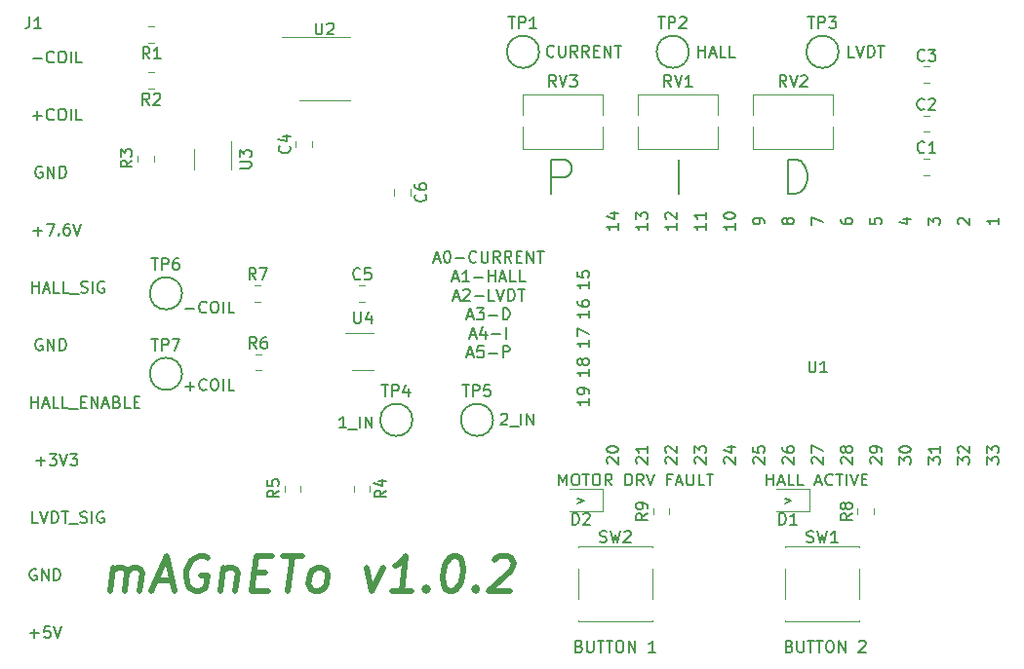
<source format=gbr>
%TF.GenerationSoftware,KiCad,Pcbnew,(5.1.7)-1*%
%TF.CreationDate,2020-11-09T09:10:01-08:00*%
%TF.ProjectId,Valve_Controller_Schematic,56616c76-655f-4436-9f6e-74726f6c6c65,rev?*%
%TF.SameCoordinates,Original*%
%TF.FileFunction,Legend,Top*%
%TF.FilePolarity,Positive*%
%FSLAX46Y46*%
G04 Gerber Fmt 4.6, Leading zero omitted, Abs format (unit mm)*
G04 Created by KiCad (PCBNEW (5.1.7)-1) date 2020-11-09 09:10:01*
%MOMM*%
%LPD*%
G01*
G04 APERTURE LIST*
%ADD10C,0.150000*%
%ADD11C,0.187500*%
%ADD12C,0.500000*%
%ADD13C,0.120000*%
G04 APERTURE END LIST*
D10*
X128702380Y-97321428D02*
X129464285Y-97321428D01*
X130511904Y-97607142D02*
X130464285Y-97654761D01*
X130321428Y-97702380D01*
X130226190Y-97702380D01*
X130083333Y-97654761D01*
X129988095Y-97559523D01*
X129940476Y-97464285D01*
X129892857Y-97273809D01*
X129892857Y-97130952D01*
X129940476Y-96940476D01*
X129988095Y-96845238D01*
X130083333Y-96750000D01*
X130226190Y-96702380D01*
X130321428Y-96702380D01*
X130464285Y-96750000D01*
X130511904Y-96797619D01*
X131130952Y-96702380D02*
X131321428Y-96702380D01*
X131416666Y-96750000D01*
X131511904Y-96845238D01*
X131559523Y-97035714D01*
X131559523Y-97369047D01*
X131511904Y-97559523D01*
X131416666Y-97654761D01*
X131321428Y-97702380D01*
X131130952Y-97702380D01*
X131035714Y-97654761D01*
X130940476Y-97559523D01*
X130892857Y-97369047D01*
X130892857Y-97035714D01*
X130940476Y-96845238D01*
X131035714Y-96750000D01*
X131130952Y-96702380D01*
X131988095Y-97702380D02*
X131988095Y-96702380D01*
X132940476Y-97702380D02*
X132464285Y-97702380D01*
X132464285Y-96702380D01*
X128702380Y-104071428D02*
X129464285Y-104071428D01*
X129083333Y-104452380D02*
X129083333Y-103690476D01*
X130511904Y-104357142D02*
X130464285Y-104404761D01*
X130321428Y-104452380D01*
X130226190Y-104452380D01*
X130083333Y-104404761D01*
X129988095Y-104309523D01*
X129940476Y-104214285D01*
X129892857Y-104023809D01*
X129892857Y-103880952D01*
X129940476Y-103690476D01*
X129988095Y-103595238D01*
X130083333Y-103500000D01*
X130226190Y-103452380D01*
X130321428Y-103452380D01*
X130464285Y-103500000D01*
X130511904Y-103547619D01*
X131130952Y-103452380D02*
X131321428Y-103452380D01*
X131416666Y-103500000D01*
X131511904Y-103595238D01*
X131559523Y-103785714D01*
X131559523Y-104119047D01*
X131511904Y-104309523D01*
X131416666Y-104404761D01*
X131321428Y-104452380D01*
X131130952Y-104452380D01*
X131035714Y-104404761D01*
X130940476Y-104309523D01*
X130892857Y-104119047D01*
X130892857Y-103785714D01*
X130940476Y-103595238D01*
X131035714Y-103500000D01*
X131130952Y-103452380D01*
X131988095Y-104452380D02*
X131988095Y-103452380D01*
X132940476Y-104452380D02*
X132464285Y-104452380D01*
X132464285Y-103452380D01*
X142642857Y-107702380D02*
X142071428Y-107702380D01*
X142357142Y-107702380D02*
X142357142Y-106702380D01*
X142261904Y-106845238D01*
X142166666Y-106940476D01*
X142071428Y-106988095D01*
X142833333Y-107797619D02*
X143595238Y-107797619D01*
X143833333Y-107702380D02*
X143833333Y-106702380D01*
X144309523Y-107702380D02*
X144309523Y-106702380D01*
X144880952Y-107702380D01*
X144880952Y-106702380D01*
X156071428Y-106547619D02*
X156119047Y-106500000D01*
X156214285Y-106452380D01*
X156452380Y-106452380D01*
X156547619Y-106500000D01*
X156595238Y-106547619D01*
X156642857Y-106642857D01*
X156642857Y-106738095D01*
X156595238Y-106880952D01*
X156023809Y-107452380D01*
X156642857Y-107452380D01*
X156833333Y-107547619D02*
X157595238Y-107547619D01*
X157833333Y-107452380D02*
X157833333Y-106452380D01*
X158309523Y-107452380D02*
X158309523Y-106452380D01*
X158880952Y-107452380D01*
X158880952Y-106452380D01*
D11*
X180714285Y-113839285D02*
X181285714Y-114053571D01*
X180714285Y-114267857D01*
X162714285Y-113839285D02*
X163285714Y-114053571D01*
X162714285Y-114267857D01*
D10*
X150285714Y-93041666D02*
X150761904Y-93041666D01*
X150190476Y-93327380D02*
X150523809Y-92327380D01*
X150857142Y-93327380D01*
X151380952Y-92327380D02*
X151476190Y-92327380D01*
X151571428Y-92375000D01*
X151619047Y-92422619D01*
X151666666Y-92517857D01*
X151714285Y-92708333D01*
X151714285Y-92946428D01*
X151666666Y-93136904D01*
X151619047Y-93232142D01*
X151571428Y-93279761D01*
X151476190Y-93327380D01*
X151380952Y-93327380D01*
X151285714Y-93279761D01*
X151238095Y-93232142D01*
X151190476Y-93136904D01*
X151142857Y-92946428D01*
X151142857Y-92708333D01*
X151190476Y-92517857D01*
X151238095Y-92422619D01*
X151285714Y-92375000D01*
X151380952Y-92327380D01*
X152142857Y-92946428D02*
X152904761Y-92946428D01*
X153952380Y-93232142D02*
X153904761Y-93279761D01*
X153761904Y-93327380D01*
X153666666Y-93327380D01*
X153523809Y-93279761D01*
X153428571Y-93184523D01*
X153380952Y-93089285D01*
X153333333Y-92898809D01*
X153333333Y-92755952D01*
X153380952Y-92565476D01*
X153428571Y-92470238D01*
X153523809Y-92375000D01*
X153666666Y-92327380D01*
X153761904Y-92327380D01*
X153904761Y-92375000D01*
X153952380Y-92422619D01*
X154380952Y-92327380D02*
X154380952Y-93136904D01*
X154428571Y-93232142D01*
X154476190Y-93279761D01*
X154571428Y-93327380D01*
X154761904Y-93327380D01*
X154857142Y-93279761D01*
X154904761Y-93232142D01*
X154952380Y-93136904D01*
X154952380Y-92327380D01*
X156000000Y-93327380D02*
X155666666Y-92851190D01*
X155428571Y-93327380D02*
X155428571Y-92327380D01*
X155809523Y-92327380D01*
X155904761Y-92375000D01*
X155952380Y-92422619D01*
X156000000Y-92517857D01*
X156000000Y-92660714D01*
X155952380Y-92755952D01*
X155904761Y-92803571D01*
X155809523Y-92851190D01*
X155428571Y-92851190D01*
X157000000Y-93327380D02*
X156666666Y-92851190D01*
X156428571Y-93327380D02*
X156428571Y-92327380D01*
X156809523Y-92327380D01*
X156904761Y-92375000D01*
X156952380Y-92422619D01*
X157000000Y-92517857D01*
X157000000Y-92660714D01*
X156952380Y-92755952D01*
X156904761Y-92803571D01*
X156809523Y-92851190D01*
X156428571Y-92851190D01*
X157428571Y-92803571D02*
X157761904Y-92803571D01*
X157904761Y-93327380D02*
X157428571Y-93327380D01*
X157428571Y-92327380D01*
X157904761Y-92327380D01*
X158333333Y-93327380D02*
X158333333Y-92327380D01*
X158904761Y-93327380D01*
X158904761Y-92327380D01*
X159238095Y-92327380D02*
X159809523Y-92327380D01*
X159523809Y-93327380D02*
X159523809Y-92327380D01*
X151904761Y-94691666D02*
X152380952Y-94691666D01*
X151809523Y-94977380D02*
X152142857Y-93977380D01*
X152476190Y-94977380D01*
X153333333Y-94977380D02*
X152761904Y-94977380D01*
X153047619Y-94977380D02*
X153047619Y-93977380D01*
X152952380Y-94120238D01*
X152857142Y-94215476D01*
X152761904Y-94263095D01*
X153761904Y-94596428D02*
X154523809Y-94596428D01*
X155000000Y-94977380D02*
X155000000Y-93977380D01*
X155000000Y-94453571D02*
X155571428Y-94453571D01*
X155571428Y-94977380D02*
X155571428Y-93977380D01*
X156000000Y-94691666D02*
X156476190Y-94691666D01*
X155904761Y-94977380D02*
X156238095Y-93977380D01*
X156571428Y-94977380D01*
X157380952Y-94977380D02*
X156904761Y-94977380D01*
X156904761Y-93977380D01*
X158190476Y-94977380D02*
X157714285Y-94977380D01*
X157714285Y-93977380D01*
X151952380Y-96341666D02*
X152428571Y-96341666D01*
X151857142Y-96627380D02*
X152190476Y-95627380D01*
X152523809Y-96627380D01*
X152809523Y-95722619D02*
X152857142Y-95675000D01*
X152952380Y-95627380D01*
X153190476Y-95627380D01*
X153285714Y-95675000D01*
X153333333Y-95722619D01*
X153380952Y-95817857D01*
X153380952Y-95913095D01*
X153333333Y-96055952D01*
X152761904Y-96627380D01*
X153380952Y-96627380D01*
X153809523Y-96246428D02*
X154571428Y-96246428D01*
X155523809Y-96627380D02*
X155047619Y-96627380D01*
X155047619Y-95627380D01*
X155714285Y-95627380D02*
X156047619Y-96627380D01*
X156380952Y-95627380D01*
X156714285Y-96627380D02*
X156714285Y-95627380D01*
X156952380Y-95627380D01*
X157095238Y-95675000D01*
X157190476Y-95770238D01*
X157238095Y-95865476D01*
X157285714Y-96055952D01*
X157285714Y-96198809D01*
X157238095Y-96389285D01*
X157190476Y-96484523D01*
X157095238Y-96579761D01*
X156952380Y-96627380D01*
X156714285Y-96627380D01*
X157571428Y-95627380D02*
X158142857Y-95627380D01*
X157857142Y-96627380D02*
X157857142Y-95627380D01*
X153166666Y-97991666D02*
X153642857Y-97991666D01*
X153071428Y-98277380D02*
X153404761Y-97277380D01*
X153738095Y-98277380D01*
X153976190Y-97277380D02*
X154595238Y-97277380D01*
X154261904Y-97658333D01*
X154404761Y-97658333D01*
X154500000Y-97705952D01*
X154547619Y-97753571D01*
X154595238Y-97848809D01*
X154595238Y-98086904D01*
X154547619Y-98182142D01*
X154500000Y-98229761D01*
X154404761Y-98277380D01*
X154119047Y-98277380D01*
X154023809Y-98229761D01*
X153976190Y-98182142D01*
X155023809Y-97896428D02*
X155785714Y-97896428D01*
X156261904Y-98277380D02*
X156261904Y-97277380D01*
X156500000Y-97277380D01*
X156642857Y-97325000D01*
X156738095Y-97420238D01*
X156785714Y-97515476D01*
X156833333Y-97705952D01*
X156833333Y-97848809D01*
X156785714Y-98039285D01*
X156738095Y-98134523D01*
X156642857Y-98229761D01*
X156500000Y-98277380D01*
X156261904Y-98277380D01*
X153428571Y-99641666D02*
X153904761Y-99641666D01*
X153333333Y-99927380D02*
X153666666Y-98927380D01*
X154000000Y-99927380D01*
X154761904Y-99260714D02*
X154761904Y-99927380D01*
X154523809Y-98879761D02*
X154285714Y-99594047D01*
X154904761Y-99594047D01*
X155285714Y-99546428D02*
X156047619Y-99546428D01*
X156523809Y-99927380D02*
X156523809Y-98927380D01*
X153166666Y-101291666D02*
X153642857Y-101291666D01*
X153071428Y-101577380D02*
X153404761Y-100577380D01*
X153738095Y-101577380D01*
X154547619Y-100577380D02*
X154071428Y-100577380D01*
X154023809Y-101053571D01*
X154071428Y-101005952D01*
X154166666Y-100958333D01*
X154404761Y-100958333D01*
X154500000Y-101005952D01*
X154547619Y-101053571D01*
X154595238Y-101148809D01*
X154595238Y-101386904D01*
X154547619Y-101482142D01*
X154500000Y-101529761D01*
X154404761Y-101577380D01*
X154166666Y-101577380D01*
X154071428Y-101529761D01*
X154023809Y-101482142D01*
X155023809Y-101196428D02*
X155785714Y-101196428D01*
X156261904Y-101577380D02*
X156261904Y-100577380D01*
X156642857Y-100577380D01*
X156738095Y-100625000D01*
X156785714Y-100672619D01*
X156833333Y-100767857D01*
X156833333Y-100910714D01*
X156785714Y-101005952D01*
X156738095Y-101053571D01*
X156642857Y-101101190D01*
X156261904Y-101101190D01*
X186750000Y-75452380D02*
X186273809Y-75452380D01*
X186273809Y-74452380D01*
X186940476Y-74452380D02*
X187273809Y-75452380D01*
X187607142Y-74452380D01*
X187940476Y-75452380D02*
X187940476Y-74452380D01*
X188178571Y-74452380D01*
X188321428Y-74500000D01*
X188416666Y-74595238D01*
X188464285Y-74690476D01*
X188511904Y-74880952D01*
X188511904Y-75023809D01*
X188464285Y-75214285D01*
X188416666Y-75309523D01*
X188321428Y-75404761D01*
X188178571Y-75452380D01*
X187940476Y-75452380D01*
X188797619Y-74452380D02*
X189369047Y-74452380D01*
X189083333Y-75452380D02*
X189083333Y-74452380D01*
X173226190Y-75452380D02*
X173226190Y-74452380D01*
X173226190Y-74928571D02*
X173797619Y-74928571D01*
X173797619Y-75452380D02*
X173797619Y-74452380D01*
X174226190Y-75166666D02*
X174702380Y-75166666D01*
X174130952Y-75452380D02*
X174464285Y-74452380D01*
X174797619Y-75452380D01*
X175607142Y-75452380D02*
X175130952Y-75452380D01*
X175130952Y-74452380D01*
X176416666Y-75452380D02*
X175940476Y-75452380D01*
X175940476Y-74452380D01*
X160678571Y-75357142D02*
X160630952Y-75404761D01*
X160488095Y-75452380D01*
X160392857Y-75452380D01*
X160250000Y-75404761D01*
X160154761Y-75309523D01*
X160107142Y-75214285D01*
X160059523Y-75023809D01*
X160059523Y-74880952D01*
X160107142Y-74690476D01*
X160154761Y-74595238D01*
X160250000Y-74500000D01*
X160392857Y-74452380D01*
X160488095Y-74452380D01*
X160630952Y-74500000D01*
X160678571Y-74547619D01*
X161107142Y-74452380D02*
X161107142Y-75261904D01*
X161154761Y-75357142D01*
X161202380Y-75404761D01*
X161297619Y-75452380D01*
X161488095Y-75452380D01*
X161583333Y-75404761D01*
X161630952Y-75357142D01*
X161678571Y-75261904D01*
X161678571Y-74452380D01*
X162726190Y-75452380D02*
X162392857Y-74976190D01*
X162154761Y-75452380D02*
X162154761Y-74452380D01*
X162535714Y-74452380D01*
X162630952Y-74500000D01*
X162678571Y-74547619D01*
X162726190Y-74642857D01*
X162726190Y-74785714D01*
X162678571Y-74880952D01*
X162630952Y-74928571D01*
X162535714Y-74976190D01*
X162154761Y-74976190D01*
X163726190Y-75452380D02*
X163392857Y-74976190D01*
X163154761Y-75452380D02*
X163154761Y-74452380D01*
X163535714Y-74452380D01*
X163630952Y-74500000D01*
X163678571Y-74547619D01*
X163726190Y-74642857D01*
X163726190Y-74785714D01*
X163678571Y-74880952D01*
X163630952Y-74928571D01*
X163535714Y-74976190D01*
X163154761Y-74976190D01*
X164154761Y-74928571D02*
X164488095Y-74928571D01*
X164630952Y-75452380D02*
X164154761Y-75452380D01*
X164154761Y-74452380D01*
X164630952Y-74452380D01*
X165059523Y-75452380D02*
X165059523Y-74452380D01*
X165630952Y-75452380D01*
X165630952Y-74452380D01*
X165964285Y-74452380D02*
X166535714Y-74452380D01*
X166250000Y-75452380D02*
X166250000Y-74452380D01*
X161130952Y-112702380D02*
X161130952Y-111702380D01*
X161464285Y-112416666D01*
X161797619Y-111702380D01*
X161797619Y-112702380D01*
X162464285Y-111702380D02*
X162654761Y-111702380D01*
X162750000Y-111750000D01*
X162845238Y-111845238D01*
X162892857Y-112035714D01*
X162892857Y-112369047D01*
X162845238Y-112559523D01*
X162750000Y-112654761D01*
X162654761Y-112702380D01*
X162464285Y-112702380D01*
X162369047Y-112654761D01*
X162273809Y-112559523D01*
X162226190Y-112369047D01*
X162226190Y-112035714D01*
X162273809Y-111845238D01*
X162369047Y-111750000D01*
X162464285Y-111702380D01*
X163178571Y-111702380D02*
X163750000Y-111702380D01*
X163464285Y-112702380D02*
X163464285Y-111702380D01*
X164273809Y-111702380D02*
X164464285Y-111702380D01*
X164559523Y-111750000D01*
X164654761Y-111845238D01*
X164702380Y-112035714D01*
X164702380Y-112369047D01*
X164654761Y-112559523D01*
X164559523Y-112654761D01*
X164464285Y-112702380D01*
X164273809Y-112702380D01*
X164178571Y-112654761D01*
X164083333Y-112559523D01*
X164035714Y-112369047D01*
X164035714Y-112035714D01*
X164083333Y-111845238D01*
X164178571Y-111750000D01*
X164273809Y-111702380D01*
X165702380Y-112702380D02*
X165369047Y-112226190D01*
X165130952Y-112702380D02*
X165130952Y-111702380D01*
X165511904Y-111702380D01*
X165607142Y-111750000D01*
X165654761Y-111797619D01*
X165702380Y-111892857D01*
X165702380Y-112035714D01*
X165654761Y-112130952D01*
X165607142Y-112178571D01*
X165511904Y-112226190D01*
X165130952Y-112226190D01*
X166892857Y-112702380D02*
X166892857Y-111702380D01*
X167130952Y-111702380D01*
X167273809Y-111750000D01*
X167369047Y-111845238D01*
X167416666Y-111940476D01*
X167464285Y-112130952D01*
X167464285Y-112273809D01*
X167416666Y-112464285D01*
X167369047Y-112559523D01*
X167273809Y-112654761D01*
X167130952Y-112702380D01*
X166892857Y-112702380D01*
X168464285Y-112702380D02*
X168130952Y-112226190D01*
X167892857Y-112702380D02*
X167892857Y-111702380D01*
X168273809Y-111702380D01*
X168369047Y-111750000D01*
X168416666Y-111797619D01*
X168464285Y-111892857D01*
X168464285Y-112035714D01*
X168416666Y-112130952D01*
X168369047Y-112178571D01*
X168273809Y-112226190D01*
X167892857Y-112226190D01*
X168750000Y-111702380D02*
X169083333Y-112702380D01*
X169416666Y-111702380D01*
X170845238Y-112178571D02*
X170511904Y-112178571D01*
X170511904Y-112702380D02*
X170511904Y-111702380D01*
X170988095Y-111702380D01*
X171321428Y-112416666D02*
X171797619Y-112416666D01*
X171226190Y-112702380D02*
X171559523Y-111702380D01*
X171892857Y-112702380D01*
X172226190Y-111702380D02*
X172226190Y-112511904D01*
X172273809Y-112607142D01*
X172321428Y-112654761D01*
X172416666Y-112702380D01*
X172607142Y-112702380D01*
X172702380Y-112654761D01*
X172750000Y-112607142D01*
X172797619Y-112511904D01*
X172797619Y-111702380D01*
X173750000Y-112702380D02*
X173273809Y-112702380D01*
X173273809Y-111702380D01*
X173940476Y-111702380D02*
X174511904Y-111702380D01*
X174226190Y-112702380D02*
X174226190Y-111702380D01*
X179166666Y-112702380D02*
X179166666Y-111702380D01*
X179166666Y-112178571D02*
X179738095Y-112178571D01*
X179738095Y-112702380D02*
X179738095Y-111702380D01*
X180166666Y-112416666D02*
X180642857Y-112416666D01*
X180071428Y-112702380D02*
X180404761Y-111702380D01*
X180738095Y-112702380D01*
X181547619Y-112702380D02*
X181071428Y-112702380D01*
X181071428Y-111702380D01*
X182357142Y-112702380D02*
X181880952Y-112702380D01*
X181880952Y-111702380D01*
X183404761Y-112416666D02*
X183880952Y-112416666D01*
X183309523Y-112702380D02*
X183642857Y-111702380D01*
X183976190Y-112702380D01*
X184880952Y-112607142D02*
X184833333Y-112654761D01*
X184690476Y-112702380D01*
X184595238Y-112702380D01*
X184452380Y-112654761D01*
X184357142Y-112559523D01*
X184309523Y-112464285D01*
X184261904Y-112273809D01*
X184261904Y-112130952D01*
X184309523Y-111940476D01*
X184357142Y-111845238D01*
X184452380Y-111750000D01*
X184595238Y-111702380D01*
X184690476Y-111702380D01*
X184833333Y-111750000D01*
X184880952Y-111797619D01*
X185166666Y-111702380D02*
X185738095Y-111702380D01*
X185452380Y-112702380D02*
X185452380Y-111702380D01*
X186071428Y-112702380D02*
X186071428Y-111702380D01*
X186404761Y-111702380D02*
X186738095Y-112702380D01*
X187071428Y-111702380D01*
X187404761Y-112178571D02*
X187738095Y-112178571D01*
X187880952Y-112702380D02*
X187404761Y-112702380D01*
X187404761Y-111702380D01*
X187880952Y-111702380D01*
D12*
X122160267Y-121857142D02*
X122410267Y-119857142D01*
X122374553Y-120142857D02*
X122535267Y-120000000D01*
X122838839Y-119857142D01*
X123267410Y-119857142D01*
X123535267Y-120000000D01*
X123642410Y-120285714D01*
X123445982Y-121857142D01*
X123642410Y-120285714D02*
X123820982Y-120000000D01*
X124124553Y-119857142D01*
X124553125Y-119857142D01*
X124820982Y-120000000D01*
X124928125Y-120285714D01*
X124731696Y-121857142D01*
X126124553Y-121000000D02*
X127553125Y-121000000D01*
X125731696Y-121857142D02*
X127106696Y-118857142D01*
X127731696Y-121857142D01*
X130660267Y-119000000D02*
X130392410Y-118857142D01*
X129963839Y-118857142D01*
X129517410Y-119000000D01*
X129195982Y-119285714D01*
X129017410Y-119571428D01*
X128803125Y-120142857D01*
X128749553Y-120571428D01*
X128820982Y-121142857D01*
X128928125Y-121428571D01*
X129178125Y-121714285D01*
X129588839Y-121857142D01*
X129874553Y-121857142D01*
X130320982Y-121714285D01*
X130481696Y-121571428D01*
X130606696Y-120571428D01*
X130035267Y-120571428D01*
X131981696Y-119857142D02*
X131731696Y-121857142D01*
X131945982Y-120142857D02*
X132106696Y-120000000D01*
X132410267Y-119857142D01*
X132838839Y-119857142D01*
X133106696Y-120000000D01*
X133213839Y-120285714D01*
X133017410Y-121857142D01*
X134642410Y-120285714D02*
X135642410Y-120285714D01*
X135874553Y-121857142D02*
X134445982Y-121857142D01*
X134820982Y-118857142D01*
X136249553Y-118857142D01*
X137106696Y-118857142D02*
X138820982Y-118857142D01*
X137588839Y-121857142D02*
X137963839Y-118857142D01*
X139874553Y-121857142D02*
X139606696Y-121714285D01*
X139481696Y-121571428D01*
X139374553Y-121285714D01*
X139481696Y-120428571D01*
X139660267Y-120142857D01*
X139820982Y-120000000D01*
X140124553Y-119857142D01*
X140553125Y-119857142D01*
X140820982Y-120000000D01*
X140945982Y-120142857D01*
X141053125Y-120428571D01*
X140945982Y-121285714D01*
X140767410Y-121571428D01*
X140606696Y-121714285D01*
X140303125Y-121857142D01*
X139874553Y-121857142D01*
X144410267Y-119857142D02*
X144874553Y-121857142D01*
X145838839Y-119857142D01*
X148303125Y-121857142D02*
X146588839Y-121857142D01*
X147445982Y-121857142D02*
X147820982Y-118857142D01*
X147481696Y-119285714D01*
X147160267Y-119571428D01*
X146856696Y-119714285D01*
X149624553Y-121571428D02*
X149749553Y-121714285D01*
X149588839Y-121857142D01*
X149463839Y-121714285D01*
X149624553Y-121571428D01*
X149588839Y-121857142D01*
X151963839Y-118857142D02*
X152249553Y-118857142D01*
X152517410Y-119000000D01*
X152642410Y-119142857D01*
X152749553Y-119428571D01*
X152820982Y-120000000D01*
X152731696Y-120714285D01*
X152517410Y-121285714D01*
X152338839Y-121571428D01*
X152178125Y-121714285D01*
X151874553Y-121857142D01*
X151588839Y-121857142D01*
X151320982Y-121714285D01*
X151195982Y-121571428D01*
X151088839Y-121285714D01*
X151017410Y-120714285D01*
X151106696Y-120000000D01*
X151320982Y-119428571D01*
X151499553Y-119142857D01*
X151660267Y-119000000D01*
X151963839Y-118857142D01*
X153910267Y-121571428D02*
X154035267Y-121714285D01*
X153874553Y-121857142D01*
X153749553Y-121714285D01*
X153910267Y-121571428D01*
X153874553Y-121857142D01*
X155499553Y-119142857D02*
X155660267Y-119000000D01*
X155963839Y-118857142D01*
X156678125Y-118857142D01*
X156945982Y-119000000D01*
X157070982Y-119142857D01*
X157178125Y-119428571D01*
X157142410Y-119714285D01*
X156945982Y-120142857D01*
X155017410Y-121857142D01*
X156874553Y-121857142D01*
D10*
X181130952Y-126678571D02*
X181273809Y-126726190D01*
X181321428Y-126773809D01*
X181369047Y-126869047D01*
X181369047Y-127011904D01*
X181321428Y-127107142D01*
X181273809Y-127154761D01*
X181178571Y-127202380D01*
X180797619Y-127202380D01*
X180797619Y-126202380D01*
X181130952Y-126202380D01*
X181226190Y-126250000D01*
X181273809Y-126297619D01*
X181321428Y-126392857D01*
X181321428Y-126488095D01*
X181273809Y-126583333D01*
X181226190Y-126630952D01*
X181130952Y-126678571D01*
X180797619Y-126678571D01*
X181797619Y-126202380D02*
X181797619Y-127011904D01*
X181845238Y-127107142D01*
X181892857Y-127154761D01*
X181988095Y-127202380D01*
X182178571Y-127202380D01*
X182273809Y-127154761D01*
X182321428Y-127107142D01*
X182369047Y-127011904D01*
X182369047Y-126202380D01*
X182702380Y-126202380D02*
X183273809Y-126202380D01*
X182988095Y-127202380D02*
X182988095Y-126202380D01*
X183464285Y-126202380D02*
X184035714Y-126202380D01*
X183750000Y-127202380D02*
X183750000Y-126202380D01*
X184559523Y-126202380D02*
X184750000Y-126202380D01*
X184845238Y-126250000D01*
X184940476Y-126345238D01*
X184988095Y-126535714D01*
X184988095Y-126869047D01*
X184940476Y-127059523D01*
X184845238Y-127154761D01*
X184750000Y-127202380D01*
X184559523Y-127202380D01*
X184464285Y-127154761D01*
X184369047Y-127059523D01*
X184321428Y-126869047D01*
X184321428Y-126535714D01*
X184369047Y-126345238D01*
X184464285Y-126250000D01*
X184559523Y-126202380D01*
X185416666Y-127202380D02*
X185416666Y-126202380D01*
X185988095Y-127202380D01*
X185988095Y-126202380D01*
X187178571Y-126297619D02*
X187226190Y-126250000D01*
X187321428Y-126202380D01*
X187559523Y-126202380D01*
X187654761Y-126250000D01*
X187702380Y-126297619D01*
X187750000Y-126392857D01*
X187750000Y-126488095D01*
X187702380Y-126630952D01*
X187130952Y-127202380D01*
X187750000Y-127202380D01*
X162880952Y-126678571D02*
X163023809Y-126726190D01*
X163071428Y-126773809D01*
X163119047Y-126869047D01*
X163119047Y-127011904D01*
X163071428Y-127107142D01*
X163023809Y-127154761D01*
X162928571Y-127202380D01*
X162547619Y-127202380D01*
X162547619Y-126202380D01*
X162880952Y-126202380D01*
X162976190Y-126250000D01*
X163023809Y-126297619D01*
X163071428Y-126392857D01*
X163071428Y-126488095D01*
X163023809Y-126583333D01*
X162976190Y-126630952D01*
X162880952Y-126678571D01*
X162547619Y-126678571D01*
X163547619Y-126202380D02*
X163547619Y-127011904D01*
X163595238Y-127107142D01*
X163642857Y-127154761D01*
X163738095Y-127202380D01*
X163928571Y-127202380D01*
X164023809Y-127154761D01*
X164071428Y-127107142D01*
X164119047Y-127011904D01*
X164119047Y-126202380D01*
X164452380Y-126202380D02*
X165023809Y-126202380D01*
X164738095Y-127202380D02*
X164738095Y-126202380D01*
X165214285Y-126202380D02*
X165785714Y-126202380D01*
X165500000Y-127202380D02*
X165500000Y-126202380D01*
X166309523Y-126202380D02*
X166500000Y-126202380D01*
X166595238Y-126250000D01*
X166690476Y-126345238D01*
X166738095Y-126535714D01*
X166738095Y-126869047D01*
X166690476Y-127059523D01*
X166595238Y-127154761D01*
X166500000Y-127202380D01*
X166309523Y-127202380D01*
X166214285Y-127154761D01*
X166119047Y-127059523D01*
X166071428Y-126869047D01*
X166071428Y-126535714D01*
X166119047Y-126345238D01*
X166214285Y-126250000D01*
X166309523Y-126202380D01*
X167166666Y-127202380D02*
X167166666Y-126202380D01*
X167738095Y-127202380D01*
X167738095Y-126202380D01*
X169500000Y-127202380D02*
X168928571Y-127202380D01*
X169214285Y-127202380D02*
X169214285Y-126202380D01*
X169119047Y-126345238D01*
X169023809Y-126440476D01*
X168928571Y-126488095D01*
X180964285Y-87357142D02*
X180964285Y-84357142D01*
X181678571Y-84357142D01*
X182107142Y-84500000D01*
X182392857Y-84785714D01*
X182535714Y-85071428D01*
X182678571Y-85642857D01*
X182678571Y-86071428D01*
X182535714Y-86642857D01*
X182392857Y-86928571D01*
X182107142Y-87214285D01*
X181678571Y-87357142D01*
X180964285Y-87357142D01*
X171500000Y-87357142D02*
X171500000Y-84357142D01*
X160464285Y-87357142D02*
X160464285Y-84357142D01*
X161607142Y-84357142D01*
X161892857Y-84500000D01*
X162035714Y-84642857D01*
X162178571Y-84928571D01*
X162178571Y-85357142D01*
X162035714Y-85642857D01*
X161892857Y-85785714D01*
X161607142Y-85928571D01*
X160464285Y-85928571D01*
%TO.C,TP7*%
X128400000Y-103000000D02*
G75*
G03*
X128400000Y-103000000I-1400000J0D01*
G01*
%TO.C,TP6*%
X128400000Y-96000000D02*
G75*
G03*
X128400000Y-96000000I-1400000J0D01*
G01*
%TO.C,TP5*%
X155400000Y-107000000D02*
G75*
G03*
X155400000Y-107000000I-1400000J0D01*
G01*
%TO.C,TP4*%
X148400000Y-107000000D02*
G75*
G03*
X148400000Y-107000000I-1400000J0D01*
G01*
%TO.C,TP3*%
X185400000Y-75000000D02*
G75*
G03*
X185400000Y-75000000I-1400000J0D01*
G01*
%TO.C,TP2*%
X172400000Y-75000000D02*
G75*
G03*
X172400000Y-75000000I-1400000J0D01*
G01*
%TO.C,TP1*%
X159400000Y-75000000D02*
G75*
G03*
X159400000Y-75000000I-1400000J0D01*
G01*
D13*
%TO.C,R9*%
X169290000Y-115236252D02*
X169290000Y-114713748D01*
X170710000Y-115236252D02*
X170710000Y-114713748D01*
%TO.C,R8*%
X187040000Y-115236252D02*
X187040000Y-114713748D01*
X188460000Y-115236252D02*
X188460000Y-114713748D01*
%TO.C,U4*%
X145000000Y-99440000D02*
X142550000Y-99440000D01*
X143200000Y-102660000D02*
X145000000Y-102660000D01*
%TO.C,U3*%
X132660000Y-85250000D02*
X132660000Y-82800000D01*
X129440000Y-83450000D02*
X129440000Y-85250000D01*
%TO.C,U2*%
X140750000Y-73740000D02*
X137100000Y-73740000D01*
X140750000Y-73740000D02*
X142950000Y-73740000D01*
X140750000Y-79260000D02*
X138550000Y-79260000D01*
X140750000Y-79260000D02*
X142950000Y-79260000D01*
%TO.C,SW2*%
X162790000Y-124480000D02*
X169250000Y-124480000D01*
X162790000Y-119950000D02*
X162790000Y-122550000D01*
X162790000Y-118020000D02*
X169250000Y-118020000D01*
X169250000Y-119950000D02*
X169250000Y-122550000D01*
X162790000Y-118050000D02*
X162790000Y-118020000D01*
X162790000Y-124480000D02*
X162790000Y-124450000D01*
X169250000Y-124480000D02*
X169250000Y-124450000D01*
X169250000Y-118020000D02*
X169250000Y-118050000D01*
%TO.C,SW1*%
X180750000Y-124480000D02*
X187210000Y-124480000D01*
X180750000Y-119950000D02*
X180750000Y-122550000D01*
X180750000Y-118020000D02*
X187210000Y-118020000D01*
X187210000Y-119950000D02*
X187210000Y-122550000D01*
X180750000Y-118050000D02*
X180750000Y-118020000D01*
X180750000Y-124480000D02*
X180750000Y-124450000D01*
X187210000Y-124480000D02*
X187210000Y-124450000D01*
X187210000Y-118020000D02*
X187210000Y-118050000D01*
%TO.C,RV3*%
X164935000Y-81496000D02*
X164935000Y-83460000D01*
X164935000Y-78720000D02*
X164935000Y-80506000D01*
X157985000Y-81496000D02*
X157985000Y-83460000D01*
X157985000Y-78720000D02*
X157985000Y-80506000D01*
X157985000Y-83460000D02*
X164935000Y-83460000D01*
X157985000Y-78720000D02*
X164935000Y-78720000D01*
%TO.C,RV2*%
X184935000Y-81496000D02*
X184935000Y-83460000D01*
X184935000Y-78720000D02*
X184935000Y-80506000D01*
X177985000Y-81496000D02*
X177985000Y-83460000D01*
X177985000Y-78720000D02*
X177985000Y-80506000D01*
X177985000Y-83460000D02*
X184935000Y-83460000D01*
X177985000Y-78720000D02*
X184935000Y-78720000D01*
%TO.C,RV1*%
X174935000Y-81496000D02*
X174935000Y-83460000D01*
X174935000Y-78720000D02*
X174935000Y-80506000D01*
X167985000Y-81496000D02*
X167985000Y-83460000D01*
X167985000Y-78720000D02*
X167985000Y-80506000D01*
X167985000Y-83460000D02*
X174935000Y-83460000D01*
X167985000Y-78720000D02*
X174935000Y-78720000D01*
%TO.C,R7*%
X134713748Y-96710000D02*
X135236252Y-96710000D01*
X134713748Y-95290000D02*
X135236252Y-95290000D01*
%TO.C,R6*%
X134763748Y-102710000D02*
X135286252Y-102710000D01*
X134763748Y-101290000D02*
X135286252Y-101290000D01*
%TO.C,R5*%
X138710000Y-113236252D02*
X138710000Y-112713748D01*
X137290000Y-113236252D02*
X137290000Y-112713748D01*
%TO.C,R4*%
X143290000Y-112713748D02*
X143290000Y-113236252D01*
X144710000Y-112713748D02*
X144710000Y-113236252D01*
%TO.C,R3*%
X125960000Y-84536252D02*
X125960000Y-84013748D01*
X124540000Y-84536252D02*
X124540000Y-84013748D01*
%TO.C,R2*%
X125986252Y-76790000D02*
X125463748Y-76790000D01*
X125986252Y-78210000D02*
X125463748Y-78210000D01*
%TO.C,R1*%
X126011252Y-72790000D02*
X125488748Y-72790000D01*
X126011252Y-74210000D02*
X125488748Y-74210000D01*
%TO.C,D2*%
X164885000Y-113040000D02*
X162025000Y-113040000D01*
X164885000Y-114960000D02*
X164885000Y-113040000D01*
X162025000Y-114960000D02*
X164885000Y-114960000D01*
%TO.C,D1*%
X182860000Y-113040000D02*
X180000000Y-113040000D01*
X182860000Y-114960000D02*
X182860000Y-113040000D01*
X180000000Y-114960000D02*
X182860000Y-114960000D01*
%TO.C,C6*%
X146790000Y-86963748D02*
X146790000Y-87486252D01*
X148210000Y-86963748D02*
X148210000Y-87486252D01*
%TO.C,C5*%
X143763748Y-96710000D02*
X144286252Y-96710000D01*
X143763748Y-95290000D02*
X144286252Y-95290000D01*
%TO.C,C4*%
X139710000Y-83286252D02*
X139710000Y-82763748D01*
X138290000Y-83286252D02*
X138290000Y-82763748D01*
%TO.C,C3*%
X192763748Y-77710000D02*
X193286252Y-77710000D01*
X192763748Y-76290000D02*
X193286252Y-76290000D01*
%TO.C,C2*%
X192738748Y-81960000D02*
X193261252Y-81960000D01*
X192738748Y-80540000D02*
X193261252Y-80540000D01*
%TO.C,C1*%
X192763748Y-85710000D02*
X193286252Y-85710000D01*
X192763748Y-84290000D02*
X193286252Y-84290000D01*
%TO.C,TP7*%
D10*
X125738095Y-99952380D02*
X126309523Y-99952380D01*
X126023809Y-100952380D02*
X126023809Y-99952380D01*
X126642857Y-100952380D02*
X126642857Y-99952380D01*
X127023809Y-99952380D01*
X127119047Y-100000000D01*
X127166666Y-100047619D01*
X127214285Y-100142857D01*
X127214285Y-100285714D01*
X127166666Y-100380952D01*
X127119047Y-100428571D01*
X127023809Y-100476190D01*
X126642857Y-100476190D01*
X127547619Y-99952380D02*
X128214285Y-99952380D01*
X127785714Y-100952380D01*
%TO.C,TP6*%
X125738095Y-92952380D02*
X126309523Y-92952380D01*
X126023809Y-93952380D02*
X126023809Y-92952380D01*
X126642857Y-93952380D02*
X126642857Y-92952380D01*
X127023809Y-92952380D01*
X127119047Y-93000000D01*
X127166666Y-93047619D01*
X127214285Y-93142857D01*
X127214285Y-93285714D01*
X127166666Y-93380952D01*
X127119047Y-93428571D01*
X127023809Y-93476190D01*
X126642857Y-93476190D01*
X128071428Y-92952380D02*
X127880952Y-92952380D01*
X127785714Y-93000000D01*
X127738095Y-93047619D01*
X127642857Y-93190476D01*
X127595238Y-93380952D01*
X127595238Y-93761904D01*
X127642857Y-93857142D01*
X127690476Y-93904761D01*
X127785714Y-93952380D01*
X127976190Y-93952380D01*
X128071428Y-93904761D01*
X128119047Y-93857142D01*
X128166666Y-93761904D01*
X128166666Y-93523809D01*
X128119047Y-93428571D01*
X128071428Y-93380952D01*
X127976190Y-93333333D01*
X127785714Y-93333333D01*
X127690476Y-93380952D01*
X127642857Y-93428571D01*
X127595238Y-93523809D01*
%TO.C,TP5*%
X152738095Y-103952380D02*
X153309523Y-103952380D01*
X153023809Y-104952380D02*
X153023809Y-103952380D01*
X153642857Y-104952380D02*
X153642857Y-103952380D01*
X154023809Y-103952380D01*
X154119047Y-104000000D01*
X154166666Y-104047619D01*
X154214285Y-104142857D01*
X154214285Y-104285714D01*
X154166666Y-104380952D01*
X154119047Y-104428571D01*
X154023809Y-104476190D01*
X153642857Y-104476190D01*
X155119047Y-103952380D02*
X154642857Y-103952380D01*
X154595238Y-104428571D01*
X154642857Y-104380952D01*
X154738095Y-104333333D01*
X154976190Y-104333333D01*
X155071428Y-104380952D01*
X155119047Y-104428571D01*
X155166666Y-104523809D01*
X155166666Y-104761904D01*
X155119047Y-104857142D01*
X155071428Y-104904761D01*
X154976190Y-104952380D01*
X154738095Y-104952380D01*
X154642857Y-104904761D01*
X154595238Y-104857142D01*
%TO.C,TP4*%
X145738095Y-103952380D02*
X146309523Y-103952380D01*
X146023809Y-104952380D02*
X146023809Y-103952380D01*
X146642857Y-104952380D02*
X146642857Y-103952380D01*
X147023809Y-103952380D01*
X147119047Y-104000000D01*
X147166666Y-104047619D01*
X147214285Y-104142857D01*
X147214285Y-104285714D01*
X147166666Y-104380952D01*
X147119047Y-104428571D01*
X147023809Y-104476190D01*
X146642857Y-104476190D01*
X148071428Y-104285714D02*
X148071428Y-104952380D01*
X147833333Y-103904761D02*
X147595238Y-104619047D01*
X148214285Y-104619047D01*
%TO.C,TP3*%
X182738095Y-71952380D02*
X183309523Y-71952380D01*
X183023809Y-72952380D02*
X183023809Y-71952380D01*
X183642857Y-72952380D02*
X183642857Y-71952380D01*
X184023809Y-71952380D01*
X184119047Y-72000000D01*
X184166666Y-72047619D01*
X184214285Y-72142857D01*
X184214285Y-72285714D01*
X184166666Y-72380952D01*
X184119047Y-72428571D01*
X184023809Y-72476190D01*
X183642857Y-72476190D01*
X184547619Y-71952380D02*
X185166666Y-71952380D01*
X184833333Y-72333333D01*
X184976190Y-72333333D01*
X185071428Y-72380952D01*
X185119047Y-72428571D01*
X185166666Y-72523809D01*
X185166666Y-72761904D01*
X185119047Y-72857142D01*
X185071428Y-72904761D01*
X184976190Y-72952380D01*
X184690476Y-72952380D01*
X184595238Y-72904761D01*
X184547619Y-72857142D01*
%TO.C,TP2*%
X169738095Y-71952380D02*
X170309523Y-71952380D01*
X170023809Y-72952380D02*
X170023809Y-71952380D01*
X170642857Y-72952380D02*
X170642857Y-71952380D01*
X171023809Y-71952380D01*
X171119047Y-72000000D01*
X171166666Y-72047619D01*
X171214285Y-72142857D01*
X171214285Y-72285714D01*
X171166666Y-72380952D01*
X171119047Y-72428571D01*
X171023809Y-72476190D01*
X170642857Y-72476190D01*
X171595238Y-72047619D02*
X171642857Y-72000000D01*
X171738095Y-71952380D01*
X171976190Y-71952380D01*
X172071428Y-72000000D01*
X172119047Y-72047619D01*
X172166666Y-72142857D01*
X172166666Y-72238095D01*
X172119047Y-72380952D01*
X171547619Y-72952380D01*
X172166666Y-72952380D01*
%TO.C,TP1*%
X156738095Y-71952380D02*
X157309523Y-71952380D01*
X157023809Y-72952380D02*
X157023809Y-71952380D01*
X157642857Y-72952380D02*
X157642857Y-71952380D01*
X158023809Y-71952380D01*
X158119047Y-72000000D01*
X158166666Y-72047619D01*
X158214285Y-72142857D01*
X158214285Y-72285714D01*
X158166666Y-72380952D01*
X158119047Y-72428571D01*
X158023809Y-72476190D01*
X157642857Y-72476190D01*
X159166666Y-72952380D02*
X158595238Y-72952380D01*
X158880952Y-72952380D02*
X158880952Y-71952380D01*
X158785714Y-72095238D01*
X158690476Y-72190476D01*
X158595238Y-72238095D01*
%TO.C,U1*%
X182828095Y-101872380D02*
X182828095Y-102681904D01*
X182875714Y-102777142D01*
X182923333Y-102824761D01*
X183018571Y-102872380D01*
X183209047Y-102872380D01*
X183304285Y-102824761D01*
X183351904Y-102777142D01*
X183399523Y-102681904D01*
X183399523Y-101872380D01*
X184399523Y-102872380D02*
X183828095Y-102872380D01*
X184113809Y-102872380D02*
X184113809Y-101872380D01*
X184018571Y-102015238D01*
X183923333Y-102110476D01*
X183828095Y-102158095D01*
X198282380Y-110849523D02*
X198282380Y-110230476D01*
X198663333Y-110563809D01*
X198663333Y-110420952D01*
X198710952Y-110325714D01*
X198758571Y-110278095D01*
X198853809Y-110230476D01*
X199091904Y-110230476D01*
X199187142Y-110278095D01*
X199234761Y-110325714D01*
X199282380Y-110420952D01*
X199282380Y-110706666D01*
X199234761Y-110801904D01*
X199187142Y-110849523D01*
X198282380Y-109897142D02*
X198282380Y-109278095D01*
X198663333Y-109611428D01*
X198663333Y-109468571D01*
X198710952Y-109373333D01*
X198758571Y-109325714D01*
X198853809Y-109278095D01*
X199091904Y-109278095D01*
X199187142Y-109325714D01*
X199234761Y-109373333D01*
X199282380Y-109468571D01*
X199282380Y-109754285D01*
X199234761Y-109849523D01*
X199187142Y-109897142D01*
X195742380Y-110849523D02*
X195742380Y-110230476D01*
X196123333Y-110563809D01*
X196123333Y-110420952D01*
X196170952Y-110325714D01*
X196218571Y-110278095D01*
X196313809Y-110230476D01*
X196551904Y-110230476D01*
X196647142Y-110278095D01*
X196694761Y-110325714D01*
X196742380Y-110420952D01*
X196742380Y-110706666D01*
X196694761Y-110801904D01*
X196647142Y-110849523D01*
X195837619Y-109849523D02*
X195790000Y-109801904D01*
X195742380Y-109706666D01*
X195742380Y-109468571D01*
X195790000Y-109373333D01*
X195837619Y-109325714D01*
X195932857Y-109278095D01*
X196028095Y-109278095D01*
X196170952Y-109325714D01*
X196742380Y-109897142D01*
X196742380Y-109278095D01*
X193202380Y-110849523D02*
X193202380Y-110230476D01*
X193583333Y-110563809D01*
X193583333Y-110420952D01*
X193630952Y-110325714D01*
X193678571Y-110278095D01*
X193773809Y-110230476D01*
X194011904Y-110230476D01*
X194107142Y-110278095D01*
X194154761Y-110325714D01*
X194202380Y-110420952D01*
X194202380Y-110706666D01*
X194154761Y-110801904D01*
X194107142Y-110849523D01*
X194202380Y-109278095D02*
X194202380Y-109849523D01*
X194202380Y-109563809D02*
X193202380Y-109563809D01*
X193345238Y-109659047D01*
X193440476Y-109754285D01*
X193488095Y-109849523D01*
X190662380Y-110849523D02*
X190662380Y-110230476D01*
X191043333Y-110563809D01*
X191043333Y-110420952D01*
X191090952Y-110325714D01*
X191138571Y-110278095D01*
X191233809Y-110230476D01*
X191471904Y-110230476D01*
X191567142Y-110278095D01*
X191614761Y-110325714D01*
X191662380Y-110420952D01*
X191662380Y-110706666D01*
X191614761Y-110801904D01*
X191567142Y-110849523D01*
X190662380Y-109611428D02*
X190662380Y-109516190D01*
X190710000Y-109420952D01*
X190757619Y-109373333D01*
X190852857Y-109325714D01*
X191043333Y-109278095D01*
X191281428Y-109278095D01*
X191471904Y-109325714D01*
X191567142Y-109373333D01*
X191614761Y-109420952D01*
X191662380Y-109516190D01*
X191662380Y-109611428D01*
X191614761Y-109706666D01*
X191567142Y-109754285D01*
X191471904Y-109801904D01*
X191281428Y-109849523D01*
X191043333Y-109849523D01*
X190852857Y-109801904D01*
X190757619Y-109754285D01*
X190710000Y-109706666D01*
X190662380Y-109611428D01*
X188217619Y-110801904D02*
X188170000Y-110754285D01*
X188122380Y-110659047D01*
X188122380Y-110420952D01*
X188170000Y-110325714D01*
X188217619Y-110278095D01*
X188312857Y-110230476D01*
X188408095Y-110230476D01*
X188550952Y-110278095D01*
X189122380Y-110849523D01*
X189122380Y-110230476D01*
X189122380Y-109754285D02*
X189122380Y-109563809D01*
X189074761Y-109468571D01*
X189027142Y-109420952D01*
X188884285Y-109325714D01*
X188693809Y-109278095D01*
X188312857Y-109278095D01*
X188217619Y-109325714D01*
X188170000Y-109373333D01*
X188122380Y-109468571D01*
X188122380Y-109659047D01*
X188170000Y-109754285D01*
X188217619Y-109801904D01*
X188312857Y-109849523D01*
X188550952Y-109849523D01*
X188646190Y-109801904D01*
X188693809Y-109754285D01*
X188741428Y-109659047D01*
X188741428Y-109468571D01*
X188693809Y-109373333D01*
X188646190Y-109325714D01*
X188550952Y-109278095D01*
X185677619Y-110801904D02*
X185630000Y-110754285D01*
X185582380Y-110659047D01*
X185582380Y-110420952D01*
X185630000Y-110325714D01*
X185677619Y-110278095D01*
X185772857Y-110230476D01*
X185868095Y-110230476D01*
X186010952Y-110278095D01*
X186582380Y-110849523D01*
X186582380Y-110230476D01*
X186010952Y-109659047D02*
X185963333Y-109754285D01*
X185915714Y-109801904D01*
X185820476Y-109849523D01*
X185772857Y-109849523D01*
X185677619Y-109801904D01*
X185630000Y-109754285D01*
X185582380Y-109659047D01*
X185582380Y-109468571D01*
X185630000Y-109373333D01*
X185677619Y-109325714D01*
X185772857Y-109278095D01*
X185820476Y-109278095D01*
X185915714Y-109325714D01*
X185963333Y-109373333D01*
X186010952Y-109468571D01*
X186010952Y-109659047D01*
X186058571Y-109754285D01*
X186106190Y-109801904D01*
X186201428Y-109849523D01*
X186391904Y-109849523D01*
X186487142Y-109801904D01*
X186534761Y-109754285D01*
X186582380Y-109659047D01*
X186582380Y-109468571D01*
X186534761Y-109373333D01*
X186487142Y-109325714D01*
X186391904Y-109278095D01*
X186201428Y-109278095D01*
X186106190Y-109325714D01*
X186058571Y-109373333D01*
X186010952Y-109468571D01*
X183137619Y-110801904D02*
X183090000Y-110754285D01*
X183042380Y-110659047D01*
X183042380Y-110420952D01*
X183090000Y-110325714D01*
X183137619Y-110278095D01*
X183232857Y-110230476D01*
X183328095Y-110230476D01*
X183470952Y-110278095D01*
X184042380Y-110849523D01*
X184042380Y-110230476D01*
X183042380Y-109897142D02*
X183042380Y-109230476D01*
X184042380Y-109659047D01*
X180597619Y-110801904D02*
X180550000Y-110754285D01*
X180502380Y-110659047D01*
X180502380Y-110420952D01*
X180550000Y-110325714D01*
X180597619Y-110278095D01*
X180692857Y-110230476D01*
X180788095Y-110230476D01*
X180930952Y-110278095D01*
X181502380Y-110849523D01*
X181502380Y-110230476D01*
X180502380Y-109373333D02*
X180502380Y-109563809D01*
X180550000Y-109659047D01*
X180597619Y-109706666D01*
X180740476Y-109801904D01*
X180930952Y-109849523D01*
X181311904Y-109849523D01*
X181407142Y-109801904D01*
X181454761Y-109754285D01*
X181502380Y-109659047D01*
X181502380Y-109468571D01*
X181454761Y-109373333D01*
X181407142Y-109325714D01*
X181311904Y-109278095D01*
X181073809Y-109278095D01*
X180978571Y-109325714D01*
X180930952Y-109373333D01*
X180883333Y-109468571D01*
X180883333Y-109659047D01*
X180930952Y-109754285D01*
X180978571Y-109801904D01*
X181073809Y-109849523D01*
X178057619Y-110801904D02*
X178010000Y-110754285D01*
X177962380Y-110659047D01*
X177962380Y-110420952D01*
X178010000Y-110325714D01*
X178057619Y-110278095D01*
X178152857Y-110230476D01*
X178248095Y-110230476D01*
X178390952Y-110278095D01*
X178962380Y-110849523D01*
X178962380Y-110230476D01*
X177962380Y-109325714D02*
X177962380Y-109801904D01*
X178438571Y-109849523D01*
X178390952Y-109801904D01*
X178343333Y-109706666D01*
X178343333Y-109468571D01*
X178390952Y-109373333D01*
X178438571Y-109325714D01*
X178533809Y-109278095D01*
X178771904Y-109278095D01*
X178867142Y-109325714D01*
X178914761Y-109373333D01*
X178962380Y-109468571D01*
X178962380Y-109706666D01*
X178914761Y-109801904D01*
X178867142Y-109849523D01*
X175517619Y-110801904D02*
X175470000Y-110754285D01*
X175422380Y-110659047D01*
X175422380Y-110420952D01*
X175470000Y-110325714D01*
X175517619Y-110278095D01*
X175612857Y-110230476D01*
X175708095Y-110230476D01*
X175850952Y-110278095D01*
X176422380Y-110849523D01*
X176422380Y-110230476D01*
X175755714Y-109373333D02*
X176422380Y-109373333D01*
X175374761Y-109611428D02*
X176089047Y-109849523D01*
X176089047Y-109230476D01*
X172977619Y-110801904D02*
X172930000Y-110754285D01*
X172882380Y-110659047D01*
X172882380Y-110420952D01*
X172930000Y-110325714D01*
X172977619Y-110278095D01*
X173072857Y-110230476D01*
X173168095Y-110230476D01*
X173310952Y-110278095D01*
X173882380Y-110849523D01*
X173882380Y-110230476D01*
X172882380Y-109897142D02*
X172882380Y-109278095D01*
X173263333Y-109611428D01*
X173263333Y-109468571D01*
X173310952Y-109373333D01*
X173358571Y-109325714D01*
X173453809Y-109278095D01*
X173691904Y-109278095D01*
X173787142Y-109325714D01*
X173834761Y-109373333D01*
X173882380Y-109468571D01*
X173882380Y-109754285D01*
X173834761Y-109849523D01*
X173787142Y-109897142D01*
X170437619Y-110801904D02*
X170390000Y-110754285D01*
X170342380Y-110659047D01*
X170342380Y-110420952D01*
X170390000Y-110325714D01*
X170437619Y-110278095D01*
X170532857Y-110230476D01*
X170628095Y-110230476D01*
X170770952Y-110278095D01*
X171342380Y-110849523D01*
X171342380Y-110230476D01*
X170437619Y-109849523D02*
X170390000Y-109801904D01*
X170342380Y-109706666D01*
X170342380Y-109468571D01*
X170390000Y-109373333D01*
X170437619Y-109325714D01*
X170532857Y-109278095D01*
X170628095Y-109278095D01*
X170770952Y-109325714D01*
X171342380Y-109897142D01*
X171342380Y-109278095D01*
X167897619Y-110801904D02*
X167850000Y-110754285D01*
X167802380Y-110659047D01*
X167802380Y-110420952D01*
X167850000Y-110325714D01*
X167897619Y-110278095D01*
X167992857Y-110230476D01*
X168088095Y-110230476D01*
X168230952Y-110278095D01*
X168802380Y-110849523D01*
X168802380Y-110230476D01*
X168802380Y-109278095D02*
X168802380Y-109849523D01*
X168802380Y-109563809D02*
X167802380Y-109563809D01*
X167945238Y-109659047D01*
X168040476Y-109754285D01*
X168088095Y-109849523D01*
X165357619Y-110801904D02*
X165310000Y-110754285D01*
X165262380Y-110659047D01*
X165262380Y-110420952D01*
X165310000Y-110325714D01*
X165357619Y-110278095D01*
X165452857Y-110230476D01*
X165548095Y-110230476D01*
X165690952Y-110278095D01*
X166262380Y-110849523D01*
X166262380Y-110230476D01*
X165262380Y-109611428D02*
X165262380Y-109516190D01*
X165310000Y-109420952D01*
X165357619Y-109373333D01*
X165452857Y-109325714D01*
X165643333Y-109278095D01*
X165881428Y-109278095D01*
X166071904Y-109325714D01*
X166167142Y-109373333D01*
X166214761Y-109420952D01*
X166262380Y-109516190D01*
X166262380Y-109611428D01*
X166214761Y-109706666D01*
X166167142Y-109754285D01*
X166071904Y-109801904D01*
X165881428Y-109849523D01*
X165643333Y-109849523D01*
X165452857Y-109801904D01*
X165357619Y-109754285D01*
X165310000Y-109706666D01*
X165262380Y-109611428D01*
X163722380Y-105150476D02*
X163722380Y-105721904D01*
X163722380Y-105436190D02*
X162722380Y-105436190D01*
X162865238Y-105531428D01*
X162960476Y-105626666D01*
X163008095Y-105721904D01*
X163722380Y-104674285D02*
X163722380Y-104483809D01*
X163674761Y-104388571D01*
X163627142Y-104340952D01*
X163484285Y-104245714D01*
X163293809Y-104198095D01*
X162912857Y-104198095D01*
X162817619Y-104245714D01*
X162770000Y-104293333D01*
X162722380Y-104388571D01*
X162722380Y-104579047D01*
X162770000Y-104674285D01*
X162817619Y-104721904D01*
X162912857Y-104769523D01*
X163150952Y-104769523D01*
X163246190Y-104721904D01*
X163293809Y-104674285D01*
X163341428Y-104579047D01*
X163341428Y-104388571D01*
X163293809Y-104293333D01*
X163246190Y-104245714D01*
X163150952Y-104198095D01*
X163722380Y-102610476D02*
X163722380Y-103181904D01*
X163722380Y-102896190D02*
X162722380Y-102896190D01*
X162865238Y-102991428D01*
X162960476Y-103086666D01*
X163008095Y-103181904D01*
X163150952Y-102039047D02*
X163103333Y-102134285D01*
X163055714Y-102181904D01*
X162960476Y-102229523D01*
X162912857Y-102229523D01*
X162817619Y-102181904D01*
X162770000Y-102134285D01*
X162722380Y-102039047D01*
X162722380Y-101848571D01*
X162770000Y-101753333D01*
X162817619Y-101705714D01*
X162912857Y-101658095D01*
X162960476Y-101658095D01*
X163055714Y-101705714D01*
X163103333Y-101753333D01*
X163150952Y-101848571D01*
X163150952Y-102039047D01*
X163198571Y-102134285D01*
X163246190Y-102181904D01*
X163341428Y-102229523D01*
X163531904Y-102229523D01*
X163627142Y-102181904D01*
X163674761Y-102134285D01*
X163722380Y-102039047D01*
X163722380Y-101848571D01*
X163674761Y-101753333D01*
X163627142Y-101705714D01*
X163531904Y-101658095D01*
X163341428Y-101658095D01*
X163246190Y-101705714D01*
X163198571Y-101753333D01*
X163150952Y-101848571D01*
X163722380Y-100070476D02*
X163722380Y-100641904D01*
X163722380Y-100356190D02*
X162722380Y-100356190D01*
X162865238Y-100451428D01*
X162960476Y-100546666D01*
X163008095Y-100641904D01*
X162722380Y-99737142D02*
X162722380Y-99070476D01*
X163722380Y-99499047D01*
X163722380Y-97530476D02*
X163722380Y-98101904D01*
X163722380Y-97816190D02*
X162722380Y-97816190D01*
X162865238Y-97911428D01*
X162960476Y-98006666D01*
X163008095Y-98101904D01*
X162722380Y-96673333D02*
X162722380Y-96863809D01*
X162770000Y-96959047D01*
X162817619Y-97006666D01*
X162960476Y-97101904D01*
X163150952Y-97149523D01*
X163531904Y-97149523D01*
X163627142Y-97101904D01*
X163674761Y-97054285D01*
X163722380Y-96959047D01*
X163722380Y-96768571D01*
X163674761Y-96673333D01*
X163627142Y-96625714D01*
X163531904Y-96578095D01*
X163293809Y-96578095D01*
X163198571Y-96625714D01*
X163150952Y-96673333D01*
X163103333Y-96768571D01*
X163103333Y-96959047D01*
X163150952Y-97054285D01*
X163198571Y-97101904D01*
X163293809Y-97149523D01*
X163722380Y-94990476D02*
X163722380Y-95561904D01*
X163722380Y-95276190D02*
X162722380Y-95276190D01*
X162865238Y-95371428D01*
X162960476Y-95466666D01*
X163008095Y-95561904D01*
X162722380Y-94085714D02*
X162722380Y-94561904D01*
X163198571Y-94609523D01*
X163150952Y-94561904D01*
X163103333Y-94466666D01*
X163103333Y-94228571D01*
X163150952Y-94133333D01*
X163198571Y-94085714D01*
X163293809Y-94038095D01*
X163531904Y-94038095D01*
X163627142Y-94085714D01*
X163674761Y-94133333D01*
X163722380Y-94228571D01*
X163722380Y-94466666D01*
X163674761Y-94561904D01*
X163627142Y-94609523D01*
X166262380Y-89910476D02*
X166262380Y-90481904D01*
X166262380Y-90196190D02*
X165262380Y-90196190D01*
X165405238Y-90291428D01*
X165500476Y-90386666D01*
X165548095Y-90481904D01*
X165595714Y-89053333D02*
X166262380Y-89053333D01*
X165214761Y-89291428D02*
X165929047Y-89529523D01*
X165929047Y-88910476D01*
X168802380Y-89910476D02*
X168802380Y-90481904D01*
X168802380Y-90196190D02*
X167802380Y-90196190D01*
X167945238Y-90291428D01*
X168040476Y-90386666D01*
X168088095Y-90481904D01*
X167802380Y-89577142D02*
X167802380Y-88958095D01*
X168183333Y-89291428D01*
X168183333Y-89148571D01*
X168230952Y-89053333D01*
X168278571Y-89005714D01*
X168373809Y-88958095D01*
X168611904Y-88958095D01*
X168707142Y-89005714D01*
X168754761Y-89053333D01*
X168802380Y-89148571D01*
X168802380Y-89434285D01*
X168754761Y-89529523D01*
X168707142Y-89577142D01*
X171342380Y-89910476D02*
X171342380Y-90481904D01*
X171342380Y-90196190D02*
X170342380Y-90196190D01*
X170485238Y-90291428D01*
X170580476Y-90386666D01*
X170628095Y-90481904D01*
X170437619Y-89529523D02*
X170390000Y-89481904D01*
X170342380Y-89386666D01*
X170342380Y-89148571D01*
X170390000Y-89053333D01*
X170437619Y-89005714D01*
X170532857Y-88958095D01*
X170628095Y-88958095D01*
X170770952Y-89005714D01*
X171342380Y-89577142D01*
X171342380Y-88958095D01*
X173882380Y-89910476D02*
X173882380Y-90481904D01*
X173882380Y-90196190D02*
X172882380Y-90196190D01*
X173025238Y-90291428D01*
X173120476Y-90386666D01*
X173168095Y-90481904D01*
X173882380Y-88958095D02*
X173882380Y-89529523D01*
X173882380Y-89243809D02*
X172882380Y-89243809D01*
X173025238Y-89339047D01*
X173120476Y-89434285D01*
X173168095Y-89529523D01*
X176422380Y-89910476D02*
X176422380Y-90481904D01*
X176422380Y-90196190D02*
X175422380Y-90196190D01*
X175565238Y-90291428D01*
X175660476Y-90386666D01*
X175708095Y-90481904D01*
X175422380Y-89291428D02*
X175422380Y-89196190D01*
X175470000Y-89100952D01*
X175517619Y-89053333D01*
X175612857Y-89005714D01*
X175803333Y-88958095D01*
X176041428Y-88958095D01*
X176231904Y-89005714D01*
X176327142Y-89053333D01*
X176374761Y-89100952D01*
X176422380Y-89196190D01*
X176422380Y-89291428D01*
X176374761Y-89386666D01*
X176327142Y-89434285D01*
X176231904Y-89481904D01*
X176041428Y-89529523D01*
X175803333Y-89529523D01*
X175612857Y-89481904D01*
X175517619Y-89434285D01*
X175470000Y-89386666D01*
X175422380Y-89291428D01*
X178962380Y-89910476D02*
X178962380Y-89720000D01*
X178914761Y-89624761D01*
X178867142Y-89577142D01*
X178724285Y-89481904D01*
X178533809Y-89434285D01*
X178152857Y-89434285D01*
X178057619Y-89481904D01*
X178010000Y-89529523D01*
X177962380Y-89624761D01*
X177962380Y-89815238D01*
X178010000Y-89910476D01*
X178057619Y-89958095D01*
X178152857Y-90005714D01*
X178390952Y-90005714D01*
X178486190Y-89958095D01*
X178533809Y-89910476D01*
X178581428Y-89815238D01*
X178581428Y-89624761D01*
X178533809Y-89529523D01*
X178486190Y-89481904D01*
X178390952Y-89434285D01*
X180930952Y-89815238D02*
X180883333Y-89910476D01*
X180835714Y-89958095D01*
X180740476Y-90005714D01*
X180692857Y-90005714D01*
X180597619Y-89958095D01*
X180550000Y-89910476D01*
X180502380Y-89815238D01*
X180502380Y-89624761D01*
X180550000Y-89529523D01*
X180597619Y-89481904D01*
X180692857Y-89434285D01*
X180740476Y-89434285D01*
X180835714Y-89481904D01*
X180883333Y-89529523D01*
X180930952Y-89624761D01*
X180930952Y-89815238D01*
X180978571Y-89910476D01*
X181026190Y-89958095D01*
X181121428Y-90005714D01*
X181311904Y-90005714D01*
X181407142Y-89958095D01*
X181454761Y-89910476D01*
X181502380Y-89815238D01*
X181502380Y-89624761D01*
X181454761Y-89529523D01*
X181407142Y-89481904D01*
X181311904Y-89434285D01*
X181121428Y-89434285D01*
X181026190Y-89481904D01*
X180978571Y-89529523D01*
X180930952Y-89624761D01*
X183042380Y-90053333D02*
X183042380Y-89386666D01*
X184042380Y-89815238D01*
X185582380Y-89529523D02*
X185582380Y-89720000D01*
X185630000Y-89815238D01*
X185677619Y-89862857D01*
X185820476Y-89958095D01*
X186010952Y-90005714D01*
X186391904Y-90005714D01*
X186487142Y-89958095D01*
X186534761Y-89910476D01*
X186582380Y-89815238D01*
X186582380Y-89624761D01*
X186534761Y-89529523D01*
X186487142Y-89481904D01*
X186391904Y-89434285D01*
X186153809Y-89434285D01*
X186058571Y-89481904D01*
X186010952Y-89529523D01*
X185963333Y-89624761D01*
X185963333Y-89815238D01*
X186010952Y-89910476D01*
X186058571Y-89958095D01*
X186153809Y-90005714D01*
X188122380Y-89481904D02*
X188122380Y-89958095D01*
X188598571Y-90005714D01*
X188550952Y-89958095D01*
X188503333Y-89862857D01*
X188503333Y-89624761D01*
X188550952Y-89529523D01*
X188598571Y-89481904D01*
X188693809Y-89434285D01*
X188931904Y-89434285D01*
X189027142Y-89481904D01*
X189074761Y-89529523D01*
X189122380Y-89624761D01*
X189122380Y-89862857D01*
X189074761Y-89958095D01*
X189027142Y-90005714D01*
X190995714Y-89529523D02*
X191662380Y-89529523D01*
X190614761Y-89767619D02*
X191329047Y-90005714D01*
X191329047Y-89386666D01*
X193202380Y-90053333D02*
X193202380Y-89434285D01*
X193583333Y-89767619D01*
X193583333Y-89624761D01*
X193630952Y-89529523D01*
X193678571Y-89481904D01*
X193773809Y-89434285D01*
X194011904Y-89434285D01*
X194107142Y-89481904D01*
X194154761Y-89529523D01*
X194202380Y-89624761D01*
X194202380Y-89910476D01*
X194154761Y-90005714D01*
X194107142Y-90053333D01*
X195837619Y-90005714D02*
X195790000Y-89958095D01*
X195742380Y-89862857D01*
X195742380Y-89624761D01*
X195790000Y-89529523D01*
X195837619Y-89481904D01*
X195932857Y-89434285D01*
X196028095Y-89434285D01*
X196170952Y-89481904D01*
X196742380Y-90053333D01*
X196742380Y-89434285D01*
X199282380Y-89434285D02*
X199282380Y-90005714D01*
X199282380Y-89720000D02*
X198282380Y-89720000D01*
X198425238Y-89815238D01*
X198520476Y-89910476D01*
X198568095Y-90005714D01*
%TO.C,R9*%
X168802380Y-115141666D02*
X168326190Y-115475000D01*
X168802380Y-115713095D02*
X167802380Y-115713095D01*
X167802380Y-115332142D01*
X167850000Y-115236904D01*
X167897619Y-115189285D01*
X167992857Y-115141666D01*
X168135714Y-115141666D01*
X168230952Y-115189285D01*
X168278571Y-115236904D01*
X168326190Y-115332142D01*
X168326190Y-115713095D01*
X168802380Y-114665476D02*
X168802380Y-114475000D01*
X168754761Y-114379761D01*
X168707142Y-114332142D01*
X168564285Y-114236904D01*
X168373809Y-114189285D01*
X167992857Y-114189285D01*
X167897619Y-114236904D01*
X167850000Y-114284523D01*
X167802380Y-114379761D01*
X167802380Y-114570238D01*
X167850000Y-114665476D01*
X167897619Y-114713095D01*
X167992857Y-114760714D01*
X168230952Y-114760714D01*
X168326190Y-114713095D01*
X168373809Y-114665476D01*
X168421428Y-114570238D01*
X168421428Y-114379761D01*
X168373809Y-114284523D01*
X168326190Y-114236904D01*
X168230952Y-114189285D01*
%TO.C,R8*%
X186552380Y-115141666D02*
X186076190Y-115475000D01*
X186552380Y-115713095D02*
X185552380Y-115713095D01*
X185552380Y-115332142D01*
X185600000Y-115236904D01*
X185647619Y-115189285D01*
X185742857Y-115141666D01*
X185885714Y-115141666D01*
X185980952Y-115189285D01*
X186028571Y-115236904D01*
X186076190Y-115332142D01*
X186076190Y-115713095D01*
X185980952Y-114570238D02*
X185933333Y-114665476D01*
X185885714Y-114713095D01*
X185790476Y-114760714D01*
X185742857Y-114760714D01*
X185647619Y-114713095D01*
X185600000Y-114665476D01*
X185552380Y-114570238D01*
X185552380Y-114379761D01*
X185600000Y-114284523D01*
X185647619Y-114236904D01*
X185742857Y-114189285D01*
X185790476Y-114189285D01*
X185885714Y-114236904D01*
X185933333Y-114284523D01*
X185980952Y-114379761D01*
X185980952Y-114570238D01*
X186028571Y-114665476D01*
X186076190Y-114713095D01*
X186171428Y-114760714D01*
X186361904Y-114760714D01*
X186457142Y-114713095D01*
X186504761Y-114665476D01*
X186552380Y-114570238D01*
X186552380Y-114379761D01*
X186504761Y-114284523D01*
X186457142Y-114236904D01*
X186361904Y-114189285D01*
X186171428Y-114189285D01*
X186076190Y-114236904D01*
X186028571Y-114284523D01*
X185980952Y-114379761D01*
%TO.C,U4*%
X143338095Y-97602380D02*
X143338095Y-98411904D01*
X143385714Y-98507142D01*
X143433333Y-98554761D01*
X143528571Y-98602380D01*
X143719047Y-98602380D01*
X143814285Y-98554761D01*
X143861904Y-98507142D01*
X143909523Y-98411904D01*
X143909523Y-97602380D01*
X144814285Y-97935714D02*
X144814285Y-98602380D01*
X144576190Y-97554761D02*
X144338095Y-98269047D01*
X144957142Y-98269047D01*
%TO.C,U3*%
X133402380Y-85111904D02*
X134211904Y-85111904D01*
X134307142Y-85064285D01*
X134354761Y-85016666D01*
X134402380Y-84921428D01*
X134402380Y-84730952D01*
X134354761Y-84635714D01*
X134307142Y-84588095D01*
X134211904Y-84540476D01*
X133402380Y-84540476D01*
X133402380Y-84159523D02*
X133402380Y-83540476D01*
X133783333Y-83873809D01*
X133783333Y-83730952D01*
X133830952Y-83635714D01*
X133878571Y-83588095D01*
X133973809Y-83540476D01*
X134211904Y-83540476D01*
X134307142Y-83588095D01*
X134354761Y-83635714D01*
X134402380Y-83730952D01*
X134402380Y-84016666D01*
X134354761Y-84111904D01*
X134307142Y-84159523D01*
%TO.C,U2*%
X139988095Y-72502380D02*
X139988095Y-73311904D01*
X140035714Y-73407142D01*
X140083333Y-73454761D01*
X140178571Y-73502380D01*
X140369047Y-73502380D01*
X140464285Y-73454761D01*
X140511904Y-73407142D01*
X140559523Y-73311904D01*
X140559523Y-72502380D01*
X140988095Y-72597619D02*
X141035714Y-72550000D01*
X141130952Y-72502380D01*
X141369047Y-72502380D01*
X141464285Y-72550000D01*
X141511904Y-72597619D01*
X141559523Y-72692857D01*
X141559523Y-72788095D01*
X141511904Y-72930952D01*
X140940476Y-73502380D01*
X141559523Y-73502380D01*
%TO.C,SW2*%
X164686666Y-117604761D02*
X164829523Y-117652380D01*
X165067619Y-117652380D01*
X165162857Y-117604761D01*
X165210476Y-117557142D01*
X165258095Y-117461904D01*
X165258095Y-117366666D01*
X165210476Y-117271428D01*
X165162857Y-117223809D01*
X165067619Y-117176190D01*
X164877142Y-117128571D01*
X164781904Y-117080952D01*
X164734285Y-117033333D01*
X164686666Y-116938095D01*
X164686666Y-116842857D01*
X164734285Y-116747619D01*
X164781904Y-116700000D01*
X164877142Y-116652380D01*
X165115238Y-116652380D01*
X165258095Y-116700000D01*
X165591428Y-116652380D02*
X165829523Y-117652380D01*
X166020000Y-116938095D01*
X166210476Y-117652380D01*
X166448571Y-116652380D01*
X166781904Y-116747619D02*
X166829523Y-116700000D01*
X166924761Y-116652380D01*
X167162857Y-116652380D01*
X167258095Y-116700000D01*
X167305714Y-116747619D01*
X167353333Y-116842857D01*
X167353333Y-116938095D01*
X167305714Y-117080952D01*
X166734285Y-117652380D01*
X167353333Y-117652380D01*
%TO.C,SW1*%
X182646666Y-117604761D02*
X182789523Y-117652380D01*
X183027619Y-117652380D01*
X183122857Y-117604761D01*
X183170476Y-117557142D01*
X183218095Y-117461904D01*
X183218095Y-117366666D01*
X183170476Y-117271428D01*
X183122857Y-117223809D01*
X183027619Y-117176190D01*
X182837142Y-117128571D01*
X182741904Y-117080952D01*
X182694285Y-117033333D01*
X182646666Y-116938095D01*
X182646666Y-116842857D01*
X182694285Y-116747619D01*
X182741904Y-116700000D01*
X182837142Y-116652380D01*
X183075238Y-116652380D01*
X183218095Y-116700000D01*
X183551428Y-116652380D02*
X183789523Y-117652380D01*
X183980000Y-116938095D01*
X184170476Y-117652380D01*
X184408571Y-116652380D01*
X185313333Y-117652380D02*
X184741904Y-117652380D01*
X185027619Y-117652380D02*
X185027619Y-116652380D01*
X184932380Y-116795238D01*
X184837142Y-116890476D01*
X184741904Y-116938095D01*
%TO.C,RV3*%
X160864761Y-78042380D02*
X160531428Y-77566190D01*
X160293333Y-78042380D02*
X160293333Y-77042380D01*
X160674285Y-77042380D01*
X160769523Y-77090000D01*
X160817142Y-77137619D01*
X160864761Y-77232857D01*
X160864761Y-77375714D01*
X160817142Y-77470952D01*
X160769523Y-77518571D01*
X160674285Y-77566190D01*
X160293333Y-77566190D01*
X161150476Y-77042380D02*
X161483809Y-78042380D01*
X161817142Y-77042380D01*
X162055238Y-77042380D02*
X162674285Y-77042380D01*
X162340952Y-77423333D01*
X162483809Y-77423333D01*
X162579047Y-77470952D01*
X162626666Y-77518571D01*
X162674285Y-77613809D01*
X162674285Y-77851904D01*
X162626666Y-77947142D01*
X162579047Y-77994761D01*
X162483809Y-78042380D01*
X162198095Y-78042380D01*
X162102857Y-77994761D01*
X162055238Y-77947142D01*
%TO.C,RV2*%
X180864761Y-78042380D02*
X180531428Y-77566190D01*
X180293333Y-78042380D02*
X180293333Y-77042380D01*
X180674285Y-77042380D01*
X180769523Y-77090000D01*
X180817142Y-77137619D01*
X180864761Y-77232857D01*
X180864761Y-77375714D01*
X180817142Y-77470952D01*
X180769523Y-77518571D01*
X180674285Y-77566190D01*
X180293333Y-77566190D01*
X181150476Y-77042380D02*
X181483809Y-78042380D01*
X181817142Y-77042380D01*
X182102857Y-77137619D02*
X182150476Y-77090000D01*
X182245714Y-77042380D01*
X182483809Y-77042380D01*
X182579047Y-77090000D01*
X182626666Y-77137619D01*
X182674285Y-77232857D01*
X182674285Y-77328095D01*
X182626666Y-77470952D01*
X182055238Y-78042380D01*
X182674285Y-78042380D01*
%TO.C,RV1*%
X170864761Y-78042380D02*
X170531428Y-77566190D01*
X170293333Y-78042380D02*
X170293333Y-77042380D01*
X170674285Y-77042380D01*
X170769523Y-77090000D01*
X170817142Y-77137619D01*
X170864761Y-77232857D01*
X170864761Y-77375714D01*
X170817142Y-77470952D01*
X170769523Y-77518571D01*
X170674285Y-77566190D01*
X170293333Y-77566190D01*
X171150476Y-77042380D02*
X171483809Y-78042380D01*
X171817142Y-77042380D01*
X172674285Y-78042380D02*
X172102857Y-78042380D01*
X172388571Y-78042380D02*
X172388571Y-77042380D01*
X172293333Y-77185238D01*
X172198095Y-77280476D01*
X172102857Y-77328095D01*
%TO.C,R7*%
X134808333Y-94802380D02*
X134475000Y-94326190D01*
X134236904Y-94802380D02*
X134236904Y-93802380D01*
X134617857Y-93802380D01*
X134713095Y-93850000D01*
X134760714Y-93897619D01*
X134808333Y-93992857D01*
X134808333Y-94135714D01*
X134760714Y-94230952D01*
X134713095Y-94278571D01*
X134617857Y-94326190D01*
X134236904Y-94326190D01*
X135141666Y-93802380D02*
X135808333Y-93802380D01*
X135379761Y-94802380D01*
%TO.C,R6*%
X134858333Y-100802380D02*
X134525000Y-100326190D01*
X134286904Y-100802380D02*
X134286904Y-99802380D01*
X134667857Y-99802380D01*
X134763095Y-99850000D01*
X134810714Y-99897619D01*
X134858333Y-99992857D01*
X134858333Y-100135714D01*
X134810714Y-100230952D01*
X134763095Y-100278571D01*
X134667857Y-100326190D01*
X134286904Y-100326190D01*
X135715476Y-99802380D02*
X135525000Y-99802380D01*
X135429761Y-99850000D01*
X135382142Y-99897619D01*
X135286904Y-100040476D01*
X135239285Y-100230952D01*
X135239285Y-100611904D01*
X135286904Y-100707142D01*
X135334523Y-100754761D01*
X135429761Y-100802380D01*
X135620238Y-100802380D01*
X135715476Y-100754761D01*
X135763095Y-100707142D01*
X135810714Y-100611904D01*
X135810714Y-100373809D01*
X135763095Y-100278571D01*
X135715476Y-100230952D01*
X135620238Y-100183333D01*
X135429761Y-100183333D01*
X135334523Y-100230952D01*
X135286904Y-100278571D01*
X135239285Y-100373809D01*
%TO.C,R5*%
X136802380Y-113141666D02*
X136326190Y-113475000D01*
X136802380Y-113713095D02*
X135802380Y-113713095D01*
X135802380Y-113332142D01*
X135850000Y-113236904D01*
X135897619Y-113189285D01*
X135992857Y-113141666D01*
X136135714Y-113141666D01*
X136230952Y-113189285D01*
X136278571Y-113236904D01*
X136326190Y-113332142D01*
X136326190Y-113713095D01*
X135802380Y-112236904D02*
X135802380Y-112713095D01*
X136278571Y-112760714D01*
X136230952Y-112713095D01*
X136183333Y-112617857D01*
X136183333Y-112379761D01*
X136230952Y-112284523D01*
X136278571Y-112236904D01*
X136373809Y-112189285D01*
X136611904Y-112189285D01*
X136707142Y-112236904D01*
X136754761Y-112284523D01*
X136802380Y-112379761D01*
X136802380Y-112617857D01*
X136754761Y-112713095D01*
X136707142Y-112760714D01*
%TO.C,R4*%
X146102380Y-113141666D02*
X145626190Y-113475000D01*
X146102380Y-113713095D02*
X145102380Y-113713095D01*
X145102380Y-113332142D01*
X145150000Y-113236904D01*
X145197619Y-113189285D01*
X145292857Y-113141666D01*
X145435714Y-113141666D01*
X145530952Y-113189285D01*
X145578571Y-113236904D01*
X145626190Y-113332142D01*
X145626190Y-113713095D01*
X145435714Y-112284523D02*
X146102380Y-112284523D01*
X145054761Y-112522619D02*
X145769047Y-112760714D01*
X145769047Y-112141666D01*
%TO.C,R3*%
X124052380Y-84441666D02*
X123576190Y-84775000D01*
X124052380Y-85013095D02*
X123052380Y-85013095D01*
X123052380Y-84632142D01*
X123100000Y-84536904D01*
X123147619Y-84489285D01*
X123242857Y-84441666D01*
X123385714Y-84441666D01*
X123480952Y-84489285D01*
X123528571Y-84536904D01*
X123576190Y-84632142D01*
X123576190Y-85013095D01*
X123052380Y-84108333D02*
X123052380Y-83489285D01*
X123433333Y-83822619D01*
X123433333Y-83679761D01*
X123480952Y-83584523D01*
X123528571Y-83536904D01*
X123623809Y-83489285D01*
X123861904Y-83489285D01*
X123957142Y-83536904D01*
X124004761Y-83584523D01*
X124052380Y-83679761D01*
X124052380Y-83965476D01*
X124004761Y-84060714D01*
X123957142Y-84108333D01*
%TO.C,R2*%
X125558333Y-79602380D02*
X125225000Y-79126190D01*
X124986904Y-79602380D02*
X124986904Y-78602380D01*
X125367857Y-78602380D01*
X125463095Y-78650000D01*
X125510714Y-78697619D01*
X125558333Y-78792857D01*
X125558333Y-78935714D01*
X125510714Y-79030952D01*
X125463095Y-79078571D01*
X125367857Y-79126190D01*
X124986904Y-79126190D01*
X125939285Y-78697619D02*
X125986904Y-78650000D01*
X126082142Y-78602380D01*
X126320238Y-78602380D01*
X126415476Y-78650000D01*
X126463095Y-78697619D01*
X126510714Y-78792857D01*
X126510714Y-78888095D01*
X126463095Y-79030952D01*
X125891666Y-79602380D01*
X126510714Y-79602380D01*
%TO.C,R1*%
X125583333Y-75602380D02*
X125250000Y-75126190D01*
X125011904Y-75602380D02*
X125011904Y-74602380D01*
X125392857Y-74602380D01*
X125488095Y-74650000D01*
X125535714Y-74697619D01*
X125583333Y-74792857D01*
X125583333Y-74935714D01*
X125535714Y-75030952D01*
X125488095Y-75078571D01*
X125392857Y-75126190D01*
X125011904Y-75126190D01*
X126535714Y-75602380D02*
X125964285Y-75602380D01*
X126250000Y-75602380D02*
X126250000Y-74602380D01*
X126154761Y-74745238D01*
X126059523Y-74840476D01*
X125964285Y-74888095D01*
%TO.C,J1*%
X115166666Y-71952380D02*
X115166666Y-72666666D01*
X115119047Y-72809523D01*
X115023809Y-72904761D01*
X114880952Y-72952380D01*
X114785714Y-72952380D01*
X116166666Y-72952380D02*
X115595238Y-72952380D01*
X115880952Y-72952380D02*
X115880952Y-71952380D01*
X115785714Y-72095238D01*
X115690476Y-72190476D01*
X115595238Y-72238095D01*
X115214285Y-125571428D02*
X115976190Y-125571428D01*
X115595238Y-125952380D02*
X115595238Y-125190476D01*
X116928571Y-124952380D02*
X116452380Y-124952380D01*
X116404761Y-125428571D01*
X116452380Y-125380952D01*
X116547619Y-125333333D01*
X116785714Y-125333333D01*
X116880952Y-125380952D01*
X116928571Y-125428571D01*
X116976190Y-125523809D01*
X116976190Y-125761904D01*
X116928571Y-125857142D01*
X116880952Y-125904761D01*
X116785714Y-125952380D01*
X116547619Y-125952380D01*
X116452380Y-125904761D01*
X116404761Y-125857142D01*
X117261904Y-124952380D02*
X117595238Y-125952380D01*
X117928571Y-124952380D01*
X115738095Y-120000000D02*
X115642857Y-119952380D01*
X115500000Y-119952380D01*
X115357142Y-120000000D01*
X115261904Y-120095238D01*
X115214285Y-120190476D01*
X115166666Y-120380952D01*
X115166666Y-120523809D01*
X115214285Y-120714285D01*
X115261904Y-120809523D01*
X115357142Y-120904761D01*
X115500000Y-120952380D01*
X115595238Y-120952380D01*
X115738095Y-120904761D01*
X115785714Y-120857142D01*
X115785714Y-120523809D01*
X115595238Y-120523809D01*
X116214285Y-120952380D02*
X116214285Y-119952380D01*
X116785714Y-120952380D01*
X116785714Y-119952380D01*
X117261904Y-120952380D02*
X117261904Y-119952380D01*
X117500000Y-119952380D01*
X117642857Y-120000000D01*
X117738095Y-120095238D01*
X117785714Y-120190476D01*
X117833333Y-120380952D01*
X117833333Y-120523809D01*
X117785714Y-120714285D01*
X117738095Y-120809523D01*
X117642857Y-120904761D01*
X117500000Y-120952380D01*
X117261904Y-120952380D01*
X115904761Y-115952380D02*
X115428571Y-115952380D01*
X115428571Y-114952380D01*
X116095238Y-114952380D02*
X116428571Y-115952380D01*
X116761904Y-114952380D01*
X117095238Y-115952380D02*
X117095238Y-114952380D01*
X117333333Y-114952380D01*
X117476190Y-115000000D01*
X117571428Y-115095238D01*
X117619047Y-115190476D01*
X117666666Y-115380952D01*
X117666666Y-115523809D01*
X117619047Y-115714285D01*
X117571428Y-115809523D01*
X117476190Y-115904761D01*
X117333333Y-115952380D01*
X117095238Y-115952380D01*
X117952380Y-114952380D02*
X118523809Y-114952380D01*
X118238095Y-115952380D02*
X118238095Y-114952380D01*
X118619047Y-116047619D02*
X119380952Y-116047619D01*
X119571428Y-115904761D02*
X119714285Y-115952380D01*
X119952380Y-115952380D01*
X120047619Y-115904761D01*
X120095238Y-115857142D01*
X120142857Y-115761904D01*
X120142857Y-115666666D01*
X120095238Y-115571428D01*
X120047619Y-115523809D01*
X119952380Y-115476190D01*
X119761904Y-115428571D01*
X119666666Y-115380952D01*
X119619047Y-115333333D01*
X119571428Y-115238095D01*
X119571428Y-115142857D01*
X119619047Y-115047619D01*
X119666666Y-115000000D01*
X119761904Y-114952380D01*
X120000000Y-114952380D01*
X120142857Y-115000000D01*
X120571428Y-115952380D02*
X120571428Y-114952380D01*
X121571428Y-115000000D02*
X121476190Y-114952380D01*
X121333333Y-114952380D01*
X121190476Y-115000000D01*
X121095238Y-115095238D01*
X121047619Y-115190476D01*
X121000000Y-115380952D01*
X121000000Y-115523809D01*
X121047619Y-115714285D01*
X121095238Y-115809523D01*
X121190476Y-115904761D01*
X121333333Y-115952380D01*
X121428571Y-115952380D01*
X121571428Y-115904761D01*
X121619047Y-115857142D01*
X121619047Y-115523809D01*
X121428571Y-115523809D01*
X115738095Y-110571428D02*
X116500000Y-110571428D01*
X116119047Y-110952380D02*
X116119047Y-110190476D01*
X116880952Y-109952380D02*
X117500000Y-109952380D01*
X117166666Y-110333333D01*
X117309523Y-110333333D01*
X117404761Y-110380952D01*
X117452380Y-110428571D01*
X117500000Y-110523809D01*
X117500000Y-110761904D01*
X117452380Y-110857142D01*
X117404761Y-110904761D01*
X117309523Y-110952380D01*
X117023809Y-110952380D01*
X116928571Y-110904761D01*
X116880952Y-110857142D01*
X117785714Y-109952380D02*
X118119047Y-110952380D01*
X118452380Y-109952380D01*
X118690476Y-109952380D02*
X119309523Y-109952380D01*
X118976190Y-110333333D01*
X119119047Y-110333333D01*
X119214285Y-110380952D01*
X119261904Y-110428571D01*
X119309523Y-110523809D01*
X119309523Y-110761904D01*
X119261904Y-110857142D01*
X119214285Y-110904761D01*
X119119047Y-110952380D01*
X118833333Y-110952380D01*
X118738095Y-110904761D01*
X118690476Y-110857142D01*
X115333333Y-105952380D02*
X115333333Y-104952380D01*
X115333333Y-105428571D02*
X115904761Y-105428571D01*
X115904761Y-105952380D02*
X115904761Y-104952380D01*
X116333333Y-105666666D02*
X116809523Y-105666666D01*
X116238095Y-105952380D02*
X116571428Y-104952380D01*
X116904761Y-105952380D01*
X117714285Y-105952380D02*
X117238095Y-105952380D01*
X117238095Y-104952380D01*
X118523809Y-105952380D02*
X118047619Y-105952380D01*
X118047619Y-104952380D01*
X118619047Y-106047619D02*
X119380952Y-106047619D01*
X119619047Y-105428571D02*
X119952380Y-105428571D01*
X120095238Y-105952380D02*
X119619047Y-105952380D01*
X119619047Y-104952380D01*
X120095238Y-104952380D01*
X120523809Y-105952380D02*
X120523809Y-104952380D01*
X121095238Y-105952380D01*
X121095238Y-104952380D01*
X121523809Y-105666666D02*
X122000000Y-105666666D01*
X121428571Y-105952380D02*
X121761904Y-104952380D01*
X122095238Y-105952380D01*
X122761904Y-105428571D02*
X122904761Y-105476190D01*
X122952380Y-105523809D01*
X123000000Y-105619047D01*
X123000000Y-105761904D01*
X122952380Y-105857142D01*
X122904761Y-105904761D01*
X122809523Y-105952380D01*
X122428571Y-105952380D01*
X122428571Y-104952380D01*
X122761904Y-104952380D01*
X122857142Y-105000000D01*
X122904761Y-105047619D01*
X122952380Y-105142857D01*
X122952380Y-105238095D01*
X122904761Y-105333333D01*
X122857142Y-105380952D01*
X122761904Y-105428571D01*
X122428571Y-105428571D01*
X123904761Y-105952380D02*
X123428571Y-105952380D01*
X123428571Y-104952380D01*
X124238095Y-105428571D02*
X124571428Y-105428571D01*
X124714285Y-105952380D02*
X124238095Y-105952380D01*
X124238095Y-104952380D01*
X124714285Y-104952380D01*
X116238095Y-100000000D02*
X116142857Y-99952380D01*
X116000000Y-99952380D01*
X115857142Y-100000000D01*
X115761904Y-100095238D01*
X115714285Y-100190476D01*
X115666666Y-100380952D01*
X115666666Y-100523809D01*
X115714285Y-100714285D01*
X115761904Y-100809523D01*
X115857142Y-100904761D01*
X116000000Y-100952380D01*
X116095238Y-100952380D01*
X116238095Y-100904761D01*
X116285714Y-100857142D01*
X116285714Y-100523809D01*
X116095238Y-100523809D01*
X116714285Y-100952380D02*
X116714285Y-99952380D01*
X117285714Y-100952380D01*
X117285714Y-99952380D01*
X117761904Y-100952380D02*
X117761904Y-99952380D01*
X118000000Y-99952380D01*
X118142857Y-100000000D01*
X118238095Y-100095238D01*
X118285714Y-100190476D01*
X118333333Y-100380952D01*
X118333333Y-100523809D01*
X118285714Y-100714285D01*
X118238095Y-100809523D01*
X118142857Y-100904761D01*
X118000000Y-100952380D01*
X117761904Y-100952380D01*
X115380952Y-95952380D02*
X115380952Y-94952380D01*
X115380952Y-95428571D02*
X115952380Y-95428571D01*
X115952380Y-95952380D02*
X115952380Y-94952380D01*
X116380952Y-95666666D02*
X116857142Y-95666666D01*
X116285714Y-95952380D02*
X116619047Y-94952380D01*
X116952380Y-95952380D01*
X117761904Y-95952380D02*
X117285714Y-95952380D01*
X117285714Y-94952380D01*
X118571428Y-95952380D02*
X118095238Y-95952380D01*
X118095238Y-94952380D01*
X118666666Y-96047619D02*
X119428571Y-96047619D01*
X119619047Y-95904761D02*
X119761904Y-95952380D01*
X120000000Y-95952380D01*
X120095238Y-95904761D01*
X120142857Y-95857142D01*
X120190476Y-95761904D01*
X120190476Y-95666666D01*
X120142857Y-95571428D01*
X120095238Y-95523809D01*
X120000000Y-95476190D01*
X119809523Y-95428571D01*
X119714285Y-95380952D01*
X119666666Y-95333333D01*
X119619047Y-95238095D01*
X119619047Y-95142857D01*
X119666666Y-95047619D01*
X119714285Y-95000000D01*
X119809523Y-94952380D01*
X120047619Y-94952380D01*
X120190476Y-95000000D01*
X120619047Y-95952380D02*
X120619047Y-94952380D01*
X121619047Y-95000000D02*
X121523809Y-94952380D01*
X121380952Y-94952380D01*
X121238095Y-95000000D01*
X121142857Y-95095238D01*
X121095238Y-95190476D01*
X121047619Y-95380952D01*
X121047619Y-95523809D01*
X121095238Y-95714285D01*
X121142857Y-95809523D01*
X121238095Y-95904761D01*
X121380952Y-95952380D01*
X121476190Y-95952380D01*
X121619047Y-95904761D01*
X121666666Y-95857142D01*
X121666666Y-95523809D01*
X121476190Y-95523809D01*
X115500000Y-90571428D02*
X116261904Y-90571428D01*
X115880952Y-90952380D02*
X115880952Y-90190476D01*
X116642857Y-89952380D02*
X117309523Y-89952380D01*
X116880952Y-90952380D01*
X117690476Y-90857142D02*
X117738095Y-90904761D01*
X117690476Y-90952380D01*
X117642857Y-90904761D01*
X117690476Y-90857142D01*
X117690476Y-90952380D01*
X118595238Y-89952380D02*
X118404761Y-89952380D01*
X118309523Y-90000000D01*
X118261904Y-90047619D01*
X118166666Y-90190476D01*
X118119047Y-90380952D01*
X118119047Y-90761904D01*
X118166666Y-90857142D01*
X118214285Y-90904761D01*
X118309523Y-90952380D01*
X118500000Y-90952380D01*
X118595238Y-90904761D01*
X118642857Y-90857142D01*
X118690476Y-90761904D01*
X118690476Y-90523809D01*
X118642857Y-90428571D01*
X118595238Y-90380952D01*
X118500000Y-90333333D01*
X118309523Y-90333333D01*
X118214285Y-90380952D01*
X118166666Y-90428571D01*
X118119047Y-90523809D01*
X118976190Y-89952380D02*
X119309523Y-90952380D01*
X119642857Y-89952380D01*
X116238095Y-85000000D02*
X116142857Y-84952380D01*
X116000000Y-84952380D01*
X115857142Y-85000000D01*
X115761904Y-85095238D01*
X115714285Y-85190476D01*
X115666666Y-85380952D01*
X115666666Y-85523809D01*
X115714285Y-85714285D01*
X115761904Y-85809523D01*
X115857142Y-85904761D01*
X116000000Y-85952380D01*
X116095238Y-85952380D01*
X116238095Y-85904761D01*
X116285714Y-85857142D01*
X116285714Y-85523809D01*
X116095238Y-85523809D01*
X116714285Y-85952380D02*
X116714285Y-84952380D01*
X117285714Y-85952380D01*
X117285714Y-84952380D01*
X117761904Y-85952380D02*
X117761904Y-84952380D01*
X118000000Y-84952380D01*
X118142857Y-85000000D01*
X118238095Y-85095238D01*
X118285714Y-85190476D01*
X118333333Y-85380952D01*
X118333333Y-85523809D01*
X118285714Y-85714285D01*
X118238095Y-85809523D01*
X118142857Y-85904761D01*
X118000000Y-85952380D01*
X117761904Y-85952380D01*
X115452380Y-80571428D02*
X116214285Y-80571428D01*
X115833333Y-80952380D02*
X115833333Y-80190476D01*
X117261904Y-80857142D02*
X117214285Y-80904761D01*
X117071428Y-80952380D01*
X116976190Y-80952380D01*
X116833333Y-80904761D01*
X116738095Y-80809523D01*
X116690476Y-80714285D01*
X116642857Y-80523809D01*
X116642857Y-80380952D01*
X116690476Y-80190476D01*
X116738095Y-80095238D01*
X116833333Y-80000000D01*
X116976190Y-79952380D01*
X117071428Y-79952380D01*
X117214285Y-80000000D01*
X117261904Y-80047619D01*
X117880952Y-79952380D02*
X118071428Y-79952380D01*
X118166666Y-80000000D01*
X118261904Y-80095238D01*
X118309523Y-80285714D01*
X118309523Y-80619047D01*
X118261904Y-80809523D01*
X118166666Y-80904761D01*
X118071428Y-80952380D01*
X117880952Y-80952380D01*
X117785714Y-80904761D01*
X117690476Y-80809523D01*
X117642857Y-80619047D01*
X117642857Y-80285714D01*
X117690476Y-80095238D01*
X117785714Y-80000000D01*
X117880952Y-79952380D01*
X118738095Y-80952380D02*
X118738095Y-79952380D01*
X119690476Y-80952380D02*
X119214285Y-80952380D01*
X119214285Y-79952380D01*
X115452380Y-75571428D02*
X116214285Y-75571428D01*
X117261904Y-75857142D02*
X117214285Y-75904761D01*
X117071428Y-75952380D01*
X116976190Y-75952380D01*
X116833333Y-75904761D01*
X116738095Y-75809523D01*
X116690476Y-75714285D01*
X116642857Y-75523809D01*
X116642857Y-75380952D01*
X116690476Y-75190476D01*
X116738095Y-75095238D01*
X116833333Y-75000000D01*
X116976190Y-74952380D01*
X117071428Y-74952380D01*
X117214285Y-75000000D01*
X117261904Y-75047619D01*
X117880952Y-74952380D02*
X118071428Y-74952380D01*
X118166666Y-75000000D01*
X118261904Y-75095238D01*
X118309523Y-75285714D01*
X118309523Y-75619047D01*
X118261904Y-75809523D01*
X118166666Y-75904761D01*
X118071428Y-75952380D01*
X117880952Y-75952380D01*
X117785714Y-75904761D01*
X117690476Y-75809523D01*
X117642857Y-75619047D01*
X117642857Y-75285714D01*
X117690476Y-75095238D01*
X117785714Y-75000000D01*
X117880952Y-74952380D01*
X118738095Y-75952380D02*
X118738095Y-74952380D01*
X119690476Y-75952380D02*
X119214285Y-75952380D01*
X119214285Y-74952380D01*
%TO.C,D2*%
X162286904Y-116102380D02*
X162286904Y-115102380D01*
X162525000Y-115102380D01*
X162667857Y-115150000D01*
X162763095Y-115245238D01*
X162810714Y-115340476D01*
X162858333Y-115530952D01*
X162858333Y-115673809D01*
X162810714Y-115864285D01*
X162763095Y-115959523D01*
X162667857Y-116054761D01*
X162525000Y-116102380D01*
X162286904Y-116102380D01*
X163239285Y-115197619D02*
X163286904Y-115150000D01*
X163382142Y-115102380D01*
X163620238Y-115102380D01*
X163715476Y-115150000D01*
X163763095Y-115197619D01*
X163810714Y-115292857D01*
X163810714Y-115388095D01*
X163763095Y-115530952D01*
X163191666Y-116102380D01*
X163810714Y-116102380D01*
%TO.C,D1*%
X180261904Y-116102380D02*
X180261904Y-115102380D01*
X180500000Y-115102380D01*
X180642857Y-115150000D01*
X180738095Y-115245238D01*
X180785714Y-115340476D01*
X180833333Y-115530952D01*
X180833333Y-115673809D01*
X180785714Y-115864285D01*
X180738095Y-115959523D01*
X180642857Y-116054761D01*
X180500000Y-116102380D01*
X180261904Y-116102380D01*
X181785714Y-116102380D02*
X181214285Y-116102380D01*
X181500000Y-116102380D02*
X181500000Y-115102380D01*
X181404761Y-115245238D01*
X181309523Y-115340476D01*
X181214285Y-115388095D01*
%TO.C,C6*%
X149507142Y-87391666D02*
X149554761Y-87439285D01*
X149602380Y-87582142D01*
X149602380Y-87677380D01*
X149554761Y-87820238D01*
X149459523Y-87915476D01*
X149364285Y-87963095D01*
X149173809Y-88010714D01*
X149030952Y-88010714D01*
X148840476Y-87963095D01*
X148745238Y-87915476D01*
X148650000Y-87820238D01*
X148602380Y-87677380D01*
X148602380Y-87582142D01*
X148650000Y-87439285D01*
X148697619Y-87391666D01*
X148602380Y-86534523D02*
X148602380Y-86725000D01*
X148650000Y-86820238D01*
X148697619Y-86867857D01*
X148840476Y-86963095D01*
X149030952Y-87010714D01*
X149411904Y-87010714D01*
X149507142Y-86963095D01*
X149554761Y-86915476D01*
X149602380Y-86820238D01*
X149602380Y-86629761D01*
X149554761Y-86534523D01*
X149507142Y-86486904D01*
X149411904Y-86439285D01*
X149173809Y-86439285D01*
X149078571Y-86486904D01*
X149030952Y-86534523D01*
X148983333Y-86629761D01*
X148983333Y-86820238D01*
X149030952Y-86915476D01*
X149078571Y-86963095D01*
X149173809Y-87010714D01*
%TO.C,C5*%
X143858333Y-94707142D02*
X143810714Y-94754761D01*
X143667857Y-94802380D01*
X143572619Y-94802380D01*
X143429761Y-94754761D01*
X143334523Y-94659523D01*
X143286904Y-94564285D01*
X143239285Y-94373809D01*
X143239285Y-94230952D01*
X143286904Y-94040476D01*
X143334523Y-93945238D01*
X143429761Y-93850000D01*
X143572619Y-93802380D01*
X143667857Y-93802380D01*
X143810714Y-93850000D01*
X143858333Y-93897619D01*
X144763095Y-93802380D02*
X144286904Y-93802380D01*
X144239285Y-94278571D01*
X144286904Y-94230952D01*
X144382142Y-94183333D01*
X144620238Y-94183333D01*
X144715476Y-94230952D01*
X144763095Y-94278571D01*
X144810714Y-94373809D01*
X144810714Y-94611904D01*
X144763095Y-94707142D01*
X144715476Y-94754761D01*
X144620238Y-94802380D01*
X144382142Y-94802380D01*
X144286904Y-94754761D01*
X144239285Y-94707142D01*
%TO.C,C4*%
X137707142Y-83191666D02*
X137754761Y-83239285D01*
X137802380Y-83382142D01*
X137802380Y-83477380D01*
X137754761Y-83620238D01*
X137659523Y-83715476D01*
X137564285Y-83763095D01*
X137373809Y-83810714D01*
X137230952Y-83810714D01*
X137040476Y-83763095D01*
X136945238Y-83715476D01*
X136850000Y-83620238D01*
X136802380Y-83477380D01*
X136802380Y-83382142D01*
X136850000Y-83239285D01*
X136897619Y-83191666D01*
X137135714Y-82334523D02*
X137802380Y-82334523D01*
X136754761Y-82572619D02*
X137469047Y-82810714D01*
X137469047Y-82191666D01*
%TO.C,C3*%
X192858333Y-75707142D02*
X192810714Y-75754761D01*
X192667857Y-75802380D01*
X192572619Y-75802380D01*
X192429761Y-75754761D01*
X192334523Y-75659523D01*
X192286904Y-75564285D01*
X192239285Y-75373809D01*
X192239285Y-75230952D01*
X192286904Y-75040476D01*
X192334523Y-74945238D01*
X192429761Y-74850000D01*
X192572619Y-74802380D01*
X192667857Y-74802380D01*
X192810714Y-74850000D01*
X192858333Y-74897619D01*
X193191666Y-74802380D02*
X193810714Y-74802380D01*
X193477380Y-75183333D01*
X193620238Y-75183333D01*
X193715476Y-75230952D01*
X193763095Y-75278571D01*
X193810714Y-75373809D01*
X193810714Y-75611904D01*
X193763095Y-75707142D01*
X193715476Y-75754761D01*
X193620238Y-75802380D01*
X193334523Y-75802380D01*
X193239285Y-75754761D01*
X193191666Y-75707142D01*
%TO.C,C2*%
X192833333Y-79957142D02*
X192785714Y-80004761D01*
X192642857Y-80052380D01*
X192547619Y-80052380D01*
X192404761Y-80004761D01*
X192309523Y-79909523D01*
X192261904Y-79814285D01*
X192214285Y-79623809D01*
X192214285Y-79480952D01*
X192261904Y-79290476D01*
X192309523Y-79195238D01*
X192404761Y-79100000D01*
X192547619Y-79052380D01*
X192642857Y-79052380D01*
X192785714Y-79100000D01*
X192833333Y-79147619D01*
X193214285Y-79147619D02*
X193261904Y-79100000D01*
X193357142Y-79052380D01*
X193595238Y-79052380D01*
X193690476Y-79100000D01*
X193738095Y-79147619D01*
X193785714Y-79242857D01*
X193785714Y-79338095D01*
X193738095Y-79480952D01*
X193166666Y-80052380D01*
X193785714Y-80052380D01*
%TO.C,C1*%
X192858333Y-83707142D02*
X192810714Y-83754761D01*
X192667857Y-83802380D01*
X192572619Y-83802380D01*
X192429761Y-83754761D01*
X192334523Y-83659523D01*
X192286904Y-83564285D01*
X192239285Y-83373809D01*
X192239285Y-83230952D01*
X192286904Y-83040476D01*
X192334523Y-82945238D01*
X192429761Y-82850000D01*
X192572619Y-82802380D01*
X192667857Y-82802380D01*
X192810714Y-82850000D01*
X192858333Y-82897619D01*
X193810714Y-83802380D02*
X193239285Y-83802380D01*
X193525000Y-83802380D02*
X193525000Y-82802380D01*
X193429761Y-82945238D01*
X193334523Y-83040476D01*
X193239285Y-83088095D01*
%TD*%
M02*

</source>
